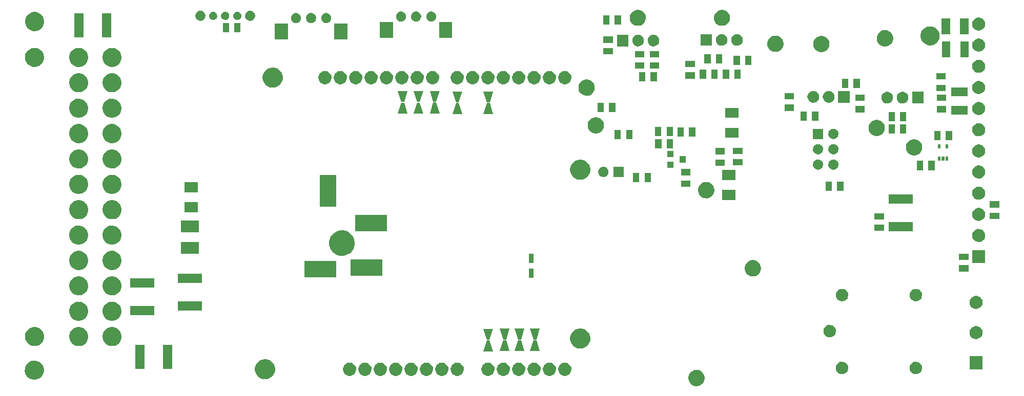
<source format=gbs>
G04 (created by PCBNEW (2013-07-07 BZR 4022)-stable) date 3/23/2014 2:10:37 AM*
%MOIN*%
G04 Gerber Fmt 3.4, Leading zero omitted, Abs format*
%FSLAX34Y34*%
G01*
G70*
G90*
G04 APERTURE LIST*
%ADD10C,0.006*%
G04 APERTURE END LIST*
G54D10*
G36*
X28220Y-71414D02*
X28218Y-71552D01*
X28191Y-71672D01*
X28142Y-71782D01*
X28071Y-71883D01*
X27984Y-71965D01*
X27880Y-72031D01*
X27768Y-72075D01*
X27647Y-72096D01*
X27526Y-72094D01*
X27406Y-72067D01*
X27296Y-72019D01*
X27195Y-71949D01*
X27111Y-71863D01*
X27044Y-71759D01*
X27000Y-71647D01*
X26978Y-71526D01*
X26980Y-71406D01*
X27005Y-71285D01*
X27053Y-71175D01*
X27122Y-71073D01*
X27208Y-70989D01*
X27311Y-70921D01*
X27423Y-70876D01*
X27544Y-70853D01*
X27664Y-70854D01*
X27785Y-70879D01*
X27895Y-70925D01*
X27998Y-70995D01*
X28082Y-71080D01*
X28151Y-71183D01*
X28196Y-71293D01*
X28196Y-71294D01*
X28220Y-71414D01*
X28220Y-71414D01*
X28220Y-71414D01*
G37*
G36*
X28226Y-51039D02*
X28224Y-51177D01*
X28197Y-51297D01*
X28148Y-51407D01*
X28077Y-51508D01*
X27990Y-51590D01*
X27886Y-51656D01*
X27774Y-51700D01*
X27653Y-51721D01*
X27532Y-51719D01*
X27412Y-51692D01*
X27302Y-51644D01*
X27201Y-51574D01*
X27117Y-51488D01*
X27050Y-51384D01*
X27006Y-51272D01*
X26984Y-51151D01*
X26986Y-51031D01*
X27011Y-50910D01*
X27059Y-50800D01*
X27128Y-50698D01*
X27214Y-50614D01*
X27317Y-50546D01*
X27429Y-50501D01*
X27550Y-50478D01*
X27670Y-50479D01*
X27791Y-50504D01*
X27901Y-50550D01*
X28004Y-50620D01*
X28088Y-50705D01*
X28157Y-50808D01*
X28202Y-50918D01*
X28202Y-50919D01*
X28226Y-51039D01*
X28226Y-51039D01*
X28226Y-51039D01*
G37*
G36*
X28226Y-69228D02*
X28224Y-69366D01*
X28197Y-69486D01*
X28148Y-69596D01*
X28077Y-69697D01*
X27990Y-69779D01*
X27886Y-69845D01*
X27774Y-69889D01*
X27653Y-69910D01*
X27532Y-69908D01*
X27412Y-69881D01*
X27302Y-69833D01*
X27201Y-69763D01*
X27117Y-69676D01*
X27050Y-69573D01*
X27006Y-69461D01*
X26984Y-69340D01*
X26986Y-69220D01*
X27011Y-69099D01*
X27059Y-68989D01*
X27128Y-68887D01*
X27214Y-68803D01*
X27317Y-68735D01*
X27429Y-68690D01*
X27550Y-68667D01*
X27670Y-68668D01*
X27791Y-68693D01*
X27901Y-68739D01*
X28004Y-68809D01*
X28088Y-68894D01*
X28157Y-68997D01*
X28202Y-69107D01*
X28202Y-69108D01*
X28226Y-69228D01*
X28226Y-69228D01*
X28226Y-69228D01*
G37*
G36*
X28235Y-48704D02*
X28233Y-48842D01*
X28206Y-48962D01*
X28157Y-49072D01*
X28086Y-49173D01*
X27999Y-49255D01*
X27895Y-49321D01*
X27783Y-49365D01*
X27662Y-49386D01*
X27541Y-49384D01*
X27421Y-49357D01*
X27311Y-49309D01*
X27210Y-49239D01*
X27126Y-49153D01*
X27059Y-49049D01*
X27015Y-48937D01*
X26993Y-48816D01*
X26995Y-48696D01*
X27020Y-48575D01*
X27068Y-48465D01*
X27137Y-48363D01*
X27223Y-48279D01*
X27326Y-48211D01*
X27438Y-48166D01*
X27559Y-48143D01*
X27679Y-48144D01*
X27800Y-48169D01*
X27910Y-48215D01*
X28013Y-48285D01*
X28097Y-48370D01*
X28166Y-48473D01*
X28211Y-48583D01*
X28211Y-48584D01*
X28235Y-48704D01*
X28235Y-48704D01*
X28235Y-48704D01*
G37*
G36*
X30805Y-49780D02*
X30194Y-49780D01*
X30194Y-48219D01*
X30805Y-48219D01*
X30805Y-49780D01*
X30805Y-49780D01*
G37*
G36*
X31100Y-51039D02*
X31098Y-51177D01*
X31071Y-51297D01*
X31022Y-51407D01*
X30951Y-51508D01*
X30864Y-51590D01*
X30760Y-51656D01*
X30648Y-51700D01*
X30527Y-51721D01*
X30406Y-51719D01*
X30286Y-51692D01*
X30176Y-51644D01*
X30075Y-51574D01*
X29991Y-51488D01*
X29924Y-51384D01*
X29880Y-51272D01*
X29858Y-51151D01*
X29860Y-51031D01*
X29885Y-50910D01*
X29933Y-50800D01*
X30002Y-50698D01*
X30088Y-50614D01*
X30191Y-50546D01*
X30303Y-50501D01*
X30424Y-50478D01*
X30544Y-50479D01*
X30665Y-50504D01*
X30775Y-50550D01*
X30878Y-50620D01*
X30962Y-50705D01*
X31031Y-50808D01*
X31076Y-50918D01*
X31076Y-50919D01*
X31100Y-51039D01*
X31100Y-51039D01*
X31100Y-51039D01*
G37*
G36*
X31100Y-52693D02*
X31098Y-52831D01*
X31071Y-52951D01*
X31022Y-53060D01*
X30951Y-53161D01*
X30864Y-53244D01*
X30760Y-53310D01*
X30648Y-53353D01*
X30527Y-53375D01*
X30406Y-53372D01*
X30286Y-53346D01*
X30176Y-53298D01*
X30075Y-53227D01*
X29991Y-53141D01*
X29924Y-53037D01*
X29880Y-52926D01*
X29858Y-52804D01*
X29860Y-52684D01*
X29885Y-52564D01*
X29933Y-52453D01*
X30002Y-52352D01*
X30088Y-52268D01*
X30191Y-52200D01*
X30303Y-52155D01*
X30424Y-52132D01*
X30544Y-52133D01*
X30665Y-52158D01*
X30775Y-52204D01*
X30878Y-52273D01*
X30962Y-52358D01*
X31031Y-52461D01*
X31076Y-52572D01*
X31076Y-52573D01*
X31100Y-52692D01*
X31100Y-52693D01*
X31100Y-52693D01*
G37*
G36*
X31100Y-54346D02*
X31098Y-54484D01*
X31071Y-54604D01*
X31022Y-54714D01*
X30951Y-54815D01*
X30864Y-54898D01*
X30760Y-54964D01*
X30648Y-55007D01*
X30527Y-55028D01*
X30406Y-55026D01*
X30286Y-54999D01*
X30176Y-54951D01*
X30075Y-54881D01*
X29991Y-54795D01*
X29924Y-54691D01*
X29880Y-54579D01*
X29858Y-54458D01*
X29860Y-54338D01*
X29885Y-54217D01*
X29933Y-54107D01*
X30002Y-54005D01*
X30088Y-53921D01*
X30191Y-53853D01*
X30303Y-53809D01*
X30424Y-53785D01*
X30544Y-53786D01*
X30665Y-53811D01*
X30775Y-53858D01*
X30878Y-53927D01*
X30962Y-54012D01*
X31031Y-54115D01*
X31076Y-54225D01*
X31076Y-54226D01*
X31100Y-54346D01*
X31100Y-54346D01*
X31100Y-54346D01*
G37*
G36*
X31100Y-56000D02*
X31098Y-56138D01*
X31071Y-56258D01*
X31022Y-56368D01*
X30951Y-56468D01*
X30864Y-56551D01*
X30760Y-56617D01*
X30648Y-56661D01*
X30527Y-56682D01*
X30406Y-56679D01*
X30286Y-56653D01*
X30176Y-56605D01*
X30075Y-56535D01*
X29991Y-56448D01*
X29924Y-56344D01*
X29880Y-56233D01*
X29858Y-56111D01*
X29860Y-55991D01*
X29885Y-55871D01*
X29933Y-55760D01*
X30002Y-55659D01*
X30088Y-55575D01*
X30191Y-55507D01*
X30303Y-55462D01*
X30424Y-55439D01*
X30544Y-55440D01*
X30665Y-55465D01*
X30775Y-55511D01*
X30878Y-55580D01*
X30962Y-55665D01*
X31031Y-55768D01*
X31076Y-55879D01*
X31076Y-55880D01*
X31100Y-55999D01*
X31100Y-56000D01*
X31100Y-56000D01*
G37*
G36*
X31100Y-57654D02*
X31098Y-57791D01*
X31071Y-57911D01*
X31022Y-58021D01*
X30951Y-58122D01*
X30864Y-58205D01*
X30760Y-58271D01*
X30648Y-58314D01*
X30527Y-58336D01*
X30406Y-58333D01*
X30286Y-58307D01*
X30176Y-58258D01*
X30075Y-58188D01*
X29991Y-58102D01*
X29924Y-57998D01*
X29880Y-57886D01*
X29858Y-57765D01*
X29860Y-57645D01*
X29885Y-57524D01*
X29933Y-57414D01*
X30002Y-57312D01*
X30088Y-57228D01*
X30191Y-57161D01*
X30303Y-57116D01*
X30424Y-57093D01*
X30544Y-57093D01*
X30665Y-57118D01*
X30775Y-57165D01*
X30878Y-57234D01*
X30962Y-57319D01*
X31031Y-57422D01*
X31076Y-57532D01*
X31076Y-57533D01*
X31100Y-57653D01*
X31100Y-57654D01*
X31100Y-57654D01*
G37*
G36*
X31100Y-59307D02*
X31098Y-59445D01*
X31071Y-59565D01*
X31022Y-59675D01*
X30951Y-59775D01*
X30864Y-59858D01*
X30760Y-59924D01*
X30648Y-59968D01*
X30527Y-59989D01*
X30406Y-59987D01*
X30286Y-59960D01*
X30176Y-59912D01*
X30075Y-59842D01*
X29991Y-59755D01*
X29924Y-59652D01*
X29880Y-59540D01*
X29858Y-59419D01*
X29860Y-59299D01*
X29885Y-59178D01*
X29933Y-59068D01*
X30002Y-58966D01*
X30088Y-58882D01*
X30191Y-58814D01*
X30303Y-58769D01*
X30424Y-58746D01*
X30544Y-58747D01*
X30665Y-58772D01*
X30775Y-58818D01*
X30878Y-58887D01*
X30962Y-58972D01*
X31031Y-59075D01*
X31076Y-59186D01*
X31076Y-59187D01*
X31100Y-59306D01*
X31100Y-59307D01*
X31100Y-59307D01*
G37*
G36*
X31100Y-60961D02*
X31098Y-61098D01*
X31071Y-61218D01*
X31022Y-61328D01*
X30951Y-61429D01*
X30864Y-61512D01*
X30760Y-61578D01*
X30648Y-61621D01*
X30527Y-61643D01*
X30406Y-61640D01*
X30286Y-61614D01*
X30176Y-61566D01*
X30075Y-61495D01*
X29991Y-61409D01*
X29924Y-61305D01*
X29880Y-61193D01*
X29858Y-61072D01*
X29860Y-60952D01*
X29885Y-60831D01*
X29933Y-60721D01*
X30002Y-60619D01*
X30088Y-60535D01*
X30191Y-60468D01*
X30303Y-60423D01*
X30424Y-60400D01*
X30544Y-60400D01*
X30665Y-60425D01*
X30775Y-60472D01*
X30878Y-60541D01*
X30962Y-60626D01*
X31031Y-60729D01*
X31076Y-60840D01*
X31076Y-60841D01*
X31100Y-60960D01*
X31100Y-60961D01*
X31100Y-60961D01*
G37*
G36*
X31100Y-62614D02*
X31098Y-62752D01*
X31071Y-62872D01*
X31022Y-62982D01*
X30951Y-63082D01*
X30864Y-63165D01*
X30760Y-63231D01*
X30648Y-63275D01*
X30527Y-63296D01*
X30406Y-63294D01*
X30286Y-63267D01*
X30176Y-63219D01*
X30075Y-63149D01*
X29991Y-63062D01*
X29924Y-62959D01*
X29880Y-62847D01*
X29858Y-62726D01*
X29860Y-62606D01*
X29885Y-62485D01*
X29933Y-62375D01*
X30002Y-62273D01*
X30088Y-62189D01*
X30191Y-62121D01*
X30303Y-62076D01*
X30424Y-62053D01*
X30544Y-62054D01*
X30665Y-62079D01*
X30775Y-62125D01*
X30878Y-62194D01*
X30962Y-62279D01*
X31031Y-62382D01*
X31076Y-62493D01*
X31076Y-62494D01*
X31100Y-62613D01*
X31100Y-62614D01*
X31100Y-62614D01*
G37*
G36*
X31100Y-64268D02*
X31098Y-64405D01*
X31071Y-64525D01*
X31022Y-64635D01*
X30951Y-64736D01*
X30864Y-64819D01*
X30760Y-64885D01*
X30648Y-64928D01*
X30527Y-64950D01*
X30406Y-64947D01*
X30286Y-64921D01*
X30176Y-64873D01*
X30075Y-64802D01*
X29991Y-64716D01*
X29924Y-64612D01*
X29880Y-64501D01*
X29858Y-64379D01*
X29860Y-64259D01*
X29885Y-64138D01*
X29933Y-64028D01*
X30002Y-63926D01*
X30088Y-63842D01*
X30191Y-63775D01*
X30303Y-63730D01*
X30424Y-63707D01*
X30544Y-63708D01*
X30665Y-63732D01*
X30775Y-63779D01*
X30878Y-63848D01*
X30962Y-63933D01*
X31031Y-64036D01*
X31076Y-64147D01*
X31076Y-64148D01*
X31100Y-64267D01*
X31100Y-64268D01*
X31100Y-64268D01*
G37*
G36*
X31100Y-65921D02*
X31098Y-66059D01*
X31071Y-66179D01*
X31022Y-66289D01*
X30951Y-66389D01*
X30864Y-66472D01*
X30760Y-66538D01*
X30648Y-66582D01*
X30527Y-66603D01*
X30406Y-66601D01*
X30286Y-66574D01*
X30176Y-66526D01*
X30075Y-66456D01*
X29991Y-66369D01*
X29924Y-66266D01*
X29880Y-66154D01*
X29858Y-66033D01*
X29860Y-65913D01*
X29885Y-65792D01*
X29933Y-65682D01*
X30002Y-65580D01*
X30088Y-65496D01*
X30191Y-65428D01*
X30303Y-65383D01*
X30424Y-65360D01*
X30544Y-65361D01*
X30665Y-65386D01*
X30775Y-65432D01*
X30878Y-65501D01*
X30962Y-65586D01*
X31031Y-65689D01*
X31076Y-65800D01*
X31076Y-65801D01*
X31100Y-65921D01*
X31100Y-65921D01*
X31100Y-65921D01*
G37*
G36*
X31100Y-67575D02*
X31098Y-67712D01*
X31071Y-67832D01*
X31022Y-67942D01*
X30951Y-68043D01*
X30864Y-68126D01*
X30760Y-68192D01*
X30648Y-68235D01*
X30527Y-68257D01*
X30406Y-68254D01*
X30286Y-68228D01*
X30176Y-68180D01*
X30075Y-68109D01*
X29991Y-68023D01*
X29924Y-67919D01*
X29880Y-67808D01*
X29858Y-67686D01*
X29860Y-67566D01*
X29885Y-67446D01*
X29933Y-67335D01*
X30002Y-67233D01*
X30088Y-67149D01*
X30191Y-67082D01*
X30303Y-67037D01*
X30424Y-67014D01*
X30544Y-67015D01*
X30665Y-67039D01*
X30775Y-67086D01*
X30878Y-67155D01*
X30962Y-67240D01*
X31031Y-67343D01*
X31076Y-67454D01*
X31076Y-67455D01*
X31100Y-67574D01*
X31100Y-67575D01*
X31100Y-67575D01*
G37*
G36*
X31100Y-69228D02*
X31098Y-69366D01*
X31071Y-69486D01*
X31022Y-69596D01*
X30951Y-69697D01*
X30864Y-69779D01*
X30760Y-69845D01*
X30648Y-69889D01*
X30527Y-69910D01*
X30406Y-69908D01*
X30286Y-69881D01*
X30176Y-69833D01*
X30075Y-69763D01*
X29991Y-69676D01*
X29924Y-69573D01*
X29880Y-69461D01*
X29858Y-69340D01*
X29860Y-69220D01*
X29885Y-69099D01*
X29933Y-68989D01*
X30002Y-68887D01*
X30088Y-68803D01*
X30191Y-68735D01*
X30303Y-68690D01*
X30424Y-68667D01*
X30544Y-68668D01*
X30665Y-68693D01*
X30775Y-68739D01*
X30878Y-68809D01*
X30962Y-68894D01*
X31031Y-68997D01*
X31076Y-69107D01*
X31076Y-69108D01*
X31100Y-69228D01*
X31100Y-69228D01*
X31100Y-69228D01*
G37*
G36*
X32605Y-49780D02*
X31994Y-49780D01*
X31994Y-48219D01*
X32605Y-48219D01*
X32605Y-49780D01*
X32605Y-49780D01*
G37*
G36*
X33266Y-51039D02*
X33264Y-51177D01*
X33236Y-51297D01*
X33187Y-51407D01*
X33116Y-51508D01*
X33029Y-51590D01*
X32925Y-51656D01*
X32813Y-51700D01*
X32692Y-51721D01*
X32572Y-51719D01*
X32451Y-51692D01*
X32341Y-51644D01*
X32240Y-51574D01*
X32157Y-51488D01*
X32090Y-51384D01*
X32046Y-51272D01*
X32023Y-51151D01*
X32025Y-51031D01*
X32051Y-50910D01*
X32098Y-50800D01*
X32168Y-50698D01*
X32253Y-50614D01*
X32357Y-50546D01*
X32468Y-50501D01*
X32589Y-50478D01*
X32709Y-50479D01*
X32830Y-50504D01*
X32941Y-50550D01*
X33043Y-50620D01*
X33128Y-50705D01*
X33196Y-50808D01*
X33242Y-50918D01*
X33242Y-50919D01*
X33265Y-51039D01*
X33266Y-51039D01*
X33266Y-51039D01*
G37*
G36*
X33266Y-52693D02*
X33264Y-52831D01*
X33236Y-52951D01*
X33187Y-53060D01*
X33116Y-53161D01*
X33029Y-53244D01*
X32925Y-53310D01*
X32813Y-53353D01*
X32692Y-53375D01*
X32572Y-53372D01*
X32451Y-53346D01*
X32341Y-53298D01*
X32240Y-53227D01*
X32157Y-53141D01*
X32090Y-53037D01*
X32046Y-52926D01*
X32023Y-52804D01*
X32025Y-52684D01*
X32051Y-52564D01*
X32098Y-52453D01*
X32168Y-52352D01*
X32253Y-52268D01*
X32357Y-52200D01*
X32468Y-52155D01*
X32589Y-52132D01*
X32709Y-52133D01*
X32830Y-52158D01*
X32941Y-52204D01*
X33043Y-52273D01*
X33128Y-52358D01*
X33196Y-52461D01*
X33242Y-52572D01*
X33242Y-52573D01*
X33265Y-52692D01*
X33266Y-52693D01*
X33266Y-52693D01*
G37*
G36*
X33266Y-54346D02*
X33264Y-54484D01*
X33236Y-54604D01*
X33187Y-54714D01*
X33116Y-54815D01*
X33029Y-54898D01*
X32925Y-54964D01*
X32813Y-55007D01*
X32692Y-55028D01*
X32572Y-55026D01*
X32451Y-54999D01*
X32341Y-54951D01*
X32240Y-54881D01*
X32157Y-54795D01*
X32090Y-54691D01*
X32046Y-54579D01*
X32023Y-54458D01*
X32025Y-54338D01*
X32051Y-54217D01*
X32098Y-54107D01*
X32168Y-54005D01*
X32253Y-53921D01*
X32357Y-53853D01*
X32468Y-53809D01*
X32589Y-53785D01*
X32709Y-53786D01*
X32830Y-53811D01*
X32941Y-53858D01*
X33043Y-53927D01*
X33128Y-54012D01*
X33196Y-54115D01*
X33242Y-54225D01*
X33242Y-54226D01*
X33265Y-54346D01*
X33266Y-54346D01*
X33266Y-54346D01*
G37*
G36*
X33266Y-56000D02*
X33264Y-56138D01*
X33236Y-56258D01*
X33187Y-56368D01*
X33116Y-56468D01*
X33029Y-56551D01*
X32925Y-56617D01*
X32813Y-56661D01*
X32692Y-56682D01*
X32572Y-56679D01*
X32451Y-56653D01*
X32341Y-56605D01*
X32240Y-56535D01*
X32157Y-56448D01*
X32090Y-56344D01*
X32046Y-56233D01*
X32023Y-56111D01*
X32025Y-55991D01*
X32051Y-55871D01*
X32098Y-55760D01*
X32168Y-55659D01*
X32253Y-55575D01*
X32357Y-55507D01*
X32468Y-55462D01*
X32589Y-55439D01*
X32709Y-55440D01*
X32830Y-55465D01*
X32941Y-55511D01*
X33043Y-55580D01*
X33128Y-55665D01*
X33196Y-55768D01*
X33242Y-55879D01*
X33242Y-55880D01*
X33265Y-55999D01*
X33266Y-56000D01*
X33266Y-56000D01*
G37*
G36*
X33266Y-57654D02*
X33264Y-57791D01*
X33236Y-57911D01*
X33187Y-58021D01*
X33116Y-58122D01*
X33029Y-58205D01*
X32925Y-58271D01*
X32813Y-58314D01*
X32692Y-58336D01*
X32572Y-58333D01*
X32451Y-58307D01*
X32341Y-58258D01*
X32240Y-58188D01*
X32157Y-58102D01*
X32090Y-57998D01*
X32046Y-57886D01*
X32023Y-57765D01*
X32025Y-57645D01*
X32051Y-57524D01*
X32098Y-57414D01*
X32168Y-57312D01*
X32253Y-57228D01*
X32357Y-57161D01*
X32468Y-57116D01*
X32589Y-57093D01*
X32709Y-57093D01*
X32830Y-57118D01*
X32941Y-57165D01*
X33043Y-57234D01*
X33128Y-57319D01*
X33196Y-57422D01*
X33242Y-57532D01*
X33242Y-57533D01*
X33265Y-57653D01*
X33266Y-57654D01*
X33266Y-57654D01*
G37*
G36*
X33266Y-59307D02*
X33264Y-59445D01*
X33236Y-59565D01*
X33187Y-59675D01*
X33116Y-59775D01*
X33029Y-59858D01*
X32925Y-59924D01*
X32813Y-59968D01*
X32692Y-59989D01*
X32572Y-59987D01*
X32451Y-59960D01*
X32341Y-59912D01*
X32240Y-59842D01*
X32157Y-59755D01*
X32090Y-59652D01*
X32046Y-59540D01*
X32023Y-59419D01*
X32025Y-59299D01*
X32051Y-59178D01*
X32098Y-59068D01*
X32168Y-58966D01*
X32253Y-58882D01*
X32357Y-58814D01*
X32468Y-58769D01*
X32589Y-58746D01*
X32709Y-58747D01*
X32830Y-58772D01*
X32941Y-58818D01*
X33043Y-58887D01*
X33128Y-58972D01*
X33196Y-59075D01*
X33242Y-59186D01*
X33242Y-59187D01*
X33265Y-59306D01*
X33266Y-59307D01*
X33266Y-59307D01*
G37*
G36*
X33266Y-60961D02*
X33264Y-61098D01*
X33236Y-61218D01*
X33187Y-61328D01*
X33116Y-61429D01*
X33029Y-61512D01*
X32925Y-61578D01*
X32813Y-61621D01*
X32692Y-61643D01*
X32572Y-61640D01*
X32451Y-61614D01*
X32341Y-61566D01*
X32240Y-61495D01*
X32157Y-61409D01*
X32090Y-61305D01*
X32046Y-61193D01*
X32023Y-61072D01*
X32025Y-60952D01*
X32051Y-60831D01*
X32098Y-60721D01*
X32168Y-60619D01*
X32253Y-60535D01*
X32357Y-60468D01*
X32468Y-60423D01*
X32589Y-60400D01*
X32709Y-60400D01*
X32830Y-60425D01*
X32941Y-60472D01*
X33043Y-60541D01*
X33128Y-60626D01*
X33196Y-60729D01*
X33242Y-60840D01*
X33242Y-60841D01*
X33265Y-60960D01*
X33266Y-60961D01*
X33266Y-60961D01*
G37*
G36*
X33266Y-62614D02*
X33264Y-62752D01*
X33236Y-62872D01*
X33187Y-62982D01*
X33116Y-63082D01*
X33029Y-63165D01*
X32925Y-63231D01*
X32813Y-63275D01*
X32692Y-63296D01*
X32572Y-63294D01*
X32451Y-63267D01*
X32341Y-63219D01*
X32240Y-63149D01*
X32157Y-63062D01*
X32090Y-62959D01*
X32046Y-62847D01*
X32023Y-62726D01*
X32025Y-62606D01*
X32051Y-62485D01*
X32098Y-62375D01*
X32168Y-62273D01*
X32253Y-62189D01*
X32357Y-62121D01*
X32468Y-62076D01*
X32589Y-62053D01*
X32709Y-62054D01*
X32830Y-62079D01*
X32941Y-62125D01*
X33043Y-62194D01*
X33128Y-62279D01*
X33196Y-62382D01*
X33242Y-62493D01*
X33242Y-62494D01*
X33265Y-62613D01*
X33266Y-62614D01*
X33266Y-62614D01*
G37*
G36*
X33266Y-64268D02*
X33264Y-64405D01*
X33236Y-64525D01*
X33187Y-64635D01*
X33116Y-64736D01*
X33029Y-64819D01*
X32925Y-64885D01*
X32813Y-64928D01*
X32692Y-64950D01*
X32572Y-64947D01*
X32451Y-64921D01*
X32341Y-64873D01*
X32240Y-64802D01*
X32157Y-64716D01*
X32090Y-64612D01*
X32046Y-64501D01*
X32023Y-64379D01*
X32025Y-64259D01*
X32051Y-64138D01*
X32098Y-64028D01*
X32168Y-63926D01*
X32253Y-63842D01*
X32357Y-63775D01*
X32468Y-63730D01*
X32589Y-63707D01*
X32709Y-63708D01*
X32830Y-63732D01*
X32941Y-63779D01*
X33043Y-63848D01*
X33128Y-63933D01*
X33196Y-64036D01*
X33242Y-64147D01*
X33242Y-64148D01*
X33265Y-64267D01*
X33266Y-64268D01*
X33266Y-64268D01*
G37*
G36*
X33266Y-65921D02*
X33264Y-66059D01*
X33236Y-66179D01*
X33187Y-66289D01*
X33116Y-66389D01*
X33029Y-66472D01*
X32925Y-66538D01*
X32813Y-66582D01*
X32692Y-66603D01*
X32572Y-66601D01*
X32451Y-66574D01*
X32341Y-66526D01*
X32240Y-66456D01*
X32157Y-66369D01*
X32090Y-66266D01*
X32046Y-66154D01*
X32023Y-66033D01*
X32025Y-65913D01*
X32051Y-65792D01*
X32098Y-65682D01*
X32168Y-65580D01*
X32253Y-65496D01*
X32357Y-65428D01*
X32468Y-65383D01*
X32589Y-65360D01*
X32709Y-65361D01*
X32830Y-65386D01*
X32941Y-65432D01*
X33043Y-65501D01*
X33128Y-65586D01*
X33196Y-65689D01*
X33242Y-65800D01*
X33242Y-65801D01*
X33265Y-65921D01*
X33266Y-65921D01*
X33266Y-65921D01*
G37*
G36*
X33266Y-67575D02*
X33264Y-67712D01*
X33236Y-67832D01*
X33187Y-67942D01*
X33116Y-68043D01*
X33029Y-68126D01*
X32925Y-68192D01*
X32813Y-68235D01*
X32692Y-68257D01*
X32572Y-68254D01*
X32451Y-68228D01*
X32341Y-68180D01*
X32240Y-68109D01*
X32157Y-68023D01*
X32090Y-67919D01*
X32046Y-67808D01*
X32023Y-67686D01*
X32025Y-67566D01*
X32051Y-67446D01*
X32098Y-67335D01*
X32168Y-67233D01*
X32253Y-67149D01*
X32357Y-67082D01*
X32468Y-67037D01*
X32589Y-67014D01*
X32709Y-67015D01*
X32830Y-67039D01*
X32941Y-67086D01*
X33043Y-67155D01*
X33128Y-67240D01*
X33196Y-67343D01*
X33242Y-67454D01*
X33242Y-67455D01*
X33265Y-67574D01*
X33266Y-67575D01*
X33266Y-67575D01*
G37*
G36*
X33266Y-69228D02*
X33264Y-69366D01*
X33236Y-69486D01*
X33187Y-69596D01*
X33116Y-69697D01*
X33029Y-69779D01*
X32925Y-69845D01*
X32813Y-69889D01*
X32692Y-69910D01*
X32572Y-69908D01*
X32451Y-69881D01*
X32341Y-69833D01*
X32240Y-69763D01*
X32157Y-69676D01*
X32090Y-69573D01*
X32046Y-69461D01*
X32023Y-69340D01*
X32025Y-69220D01*
X32051Y-69099D01*
X32098Y-68989D01*
X32168Y-68887D01*
X32253Y-68803D01*
X32357Y-68735D01*
X32468Y-68690D01*
X32589Y-68667D01*
X32709Y-68668D01*
X32830Y-68693D01*
X32941Y-68739D01*
X33043Y-68809D01*
X33128Y-68894D01*
X33196Y-68997D01*
X33242Y-69107D01*
X33242Y-69108D01*
X33265Y-69228D01*
X33266Y-69228D01*
X33266Y-69228D01*
G37*
G36*
X34775Y-71390D02*
X34164Y-71390D01*
X34164Y-69829D01*
X34775Y-69829D01*
X34775Y-71390D01*
X34775Y-71390D01*
G37*
G36*
X35380Y-66105D02*
X33819Y-66105D01*
X33819Y-65494D01*
X35380Y-65494D01*
X35380Y-66105D01*
X35380Y-66105D01*
G37*
G36*
X35380Y-67905D02*
X33819Y-67905D01*
X33819Y-67294D01*
X35380Y-67294D01*
X35380Y-67905D01*
X35380Y-67905D01*
G37*
G36*
X36575Y-71390D02*
X35964Y-71390D01*
X35964Y-69829D01*
X36575Y-69829D01*
X36575Y-71390D01*
X36575Y-71390D01*
G37*
G36*
X38230Y-59880D02*
X37369Y-59880D01*
X37369Y-59219D01*
X38230Y-59219D01*
X38230Y-59880D01*
X38230Y-59880D01*
G37*
G36*
X38230Y-61180D02*
X37369Y-61180D01*
X37369Y-60519D01*
X38230Y-60519D01*
X38230Y-61180D01*
X38230Y-61180D01*
G37*
G36*
X38280Y-62480D02*
X37119Y-62480D01*
X37119Y-61719D01*
X38280Y-61719D01*
X38280Y-62480D01*
X38280Y-62480D01*
G37*
G36*
X38280Y-63880D02*
X37119Y-63880D01*
X37119Y-63119D01*
X38280Y-63119D01*
X38280Y-63880D01*
X38280Y-63880D01*
G37*
G36*
X38480Y-65805D02*
X36919Y-65805D01*
X36919Y-65194D01*
X38480Y-65194D01*
X38480Y-65805D01*
X38480Y-65805D01*
G37*
G36*
X38480Y-67605D02*
X36919Y-67605D01*
X36919Y-66994D01*
X38480Y-66994D01*
X38480Y-67605D01*
X38480Y-67605D01*
G37*
G36*
X38721Y-48358D02*
X38720Y-48430D01*
X38705Y-48493D01*
X38680Y-48550D01*
X38642Y-48604D01*
X38597Y-48647D01*
X38542Y-48682D01*
X38484Y-48704D01*
X38420Y-48716D01*
X38357Y-48714D01*
X38294Y-48700D01*
X38237Y-48675D01*
X38183Y-48638D01*
X38140Y-48593D01*
X38104Y-48538D01*
X38081Y-48480D01*
X38069Y-48416D01*
X38070Y-48354D01*
X38084Y-48290D01*
X38108Y-48233D01*
X38145Y-48179D01*
X38190Y-48135D01*
X38245Y-48099D01*
X38302Y-48076D01*
X38367Y-48064D01*
X38429Y-48064D01*
X38493Y-48077D01*
X38550Y-48101D01*
X38604Y-48138D01*
X38648Y-48182D01*
X38649Y-48183D01*
X38684Y-48237D01*
X38708Y-48294D01*
X38708Y-48295D01*
X38721Y-48358D01*
X38721Y-48358D01*
X38721Y-48358D01*
G37*
G36*
X39488Y-48364D02*
X39488Y-48422D01*
X39476Y-48475D01*
X39455Y-48521D01*
X39424Y-48565D01*
X39387Y-48600D01*
X39342Y-48629D01*
X39295Y-48647D01*
X39242Y-48656D01*
X39191Y-48655D01*
X39139Y-48644D01*
X39092Y-48623D01*
X39048Y-48593D01*
X39013Y-48556D01*
X38984Y-48511D01*
X38965Y-48464D01*
X38955Y-48411D01*
X38956Y-48361D01*
X38967Y-48308D01*
X38987Y-48261D01*
X39018Y-48217D01*
X39054Y-48182D01*
X39099Y-48152D01*
X39146Y-48133D01*
X39199Y-48123D01*
X39249Y-48123D01*
X39302Y-48134D01*
X39349Y-48154D01*
X39393Y-48184D01*
X39429Y-48220D01*
X39459Y-48265D01*
X39478Y-48311D01*
X39488Y-48363D01*
X39488Y-48364D01*
X39488Y-48364D01*
G37*
G36*
X40260Y-49460D02*
X39849Y-49460D01*
X39849Y-48849D01*
X40260Y-48849D01*
X40260Y-49460D01*
X40260Y-49460D01*
G37*
G36*
X40276Y-48364D02*
X40275Y-48422D01*
X40263Y-48475D01*
X40243Y-48521D01*
X40212Y-48565D01*
X40175Y-48600D01*
X40129Y-48629D01*
X40082Y-48647D01*
X40029Y-48656D01*
X39979Y-48655D01*
X39926Y-48644D01*
X39880Y-48623D01*
X39835Y-48593D01*
X39800Y-48556D01*
X39771Y-48511D01*
X39753Y-48464D01*
X39743Y-48411D01*
X39743Y-48361D01*
X39755Y-48308D01*
X39775Y-48261D01*
X39805Y-48217D01*
X39841Y-48182D01*
X39886Y-48152D01*
X39933Y-48133D01*
X39986Y-48123D01*
X40037Y-48123D01*
X40090Y-48134D01*
X40136Y-48154D01*
X40181Y-48184D01*
X40216Y-48220D01*
X40246Y-48265D01*
X40265Y-48311D01*
X40276Y-48363D01*
X40276Y-48364D01*
X40276Y-48364D01*
G37*
G36*
X41010Y-49460D02*
X40599Y-49460D01*
X40599Y-48849D01*
X41010Y-48849D01*
X41010Y-49460D01*
X41010Y-49460D01*
G37*
G36*
X41063Y-48364D02*
X41062Y-48422D01*
X41051Y-48475D01*
X41030Y-48521D01*
X40999Y-48565D01*
X40962Y-48600D01*
X40917Y-48629D01*
X40870Y-48647D01*
X40817Y-48656D01*
X40766Y-48655D01*
X40713Y-48644D01*
X40667Y-48623D01*
X40623Y-48593D01*
X40588Y-48556D01*
X40559Y-48511D01*
X40540Y-48464D01*
X40530Y-48411D01*
X40531Y-48361D01*
X40542Y-48308D01*
X40562Y-48261D01*
X40592Y-48217D01*
X40629Y-48182D01*
X40674Y-48152D01*
X40720Y-48133D01*
X40774Y-48123D01*
X40824Y-48123D01*
X40877Y-48134D01*
X40923Y-48154D01*
X40968Y-48184D01*
X41004Y-48220D01*
X41034Y-48265D01*
X41053Y-48311D01*
X41063Y-48363D01*
X41063Y-48364D01*
X41063Y-48364D01*
G37*
G36*
X41949Y-48358D02*
X41948Y-48430D01*
X41934Y-48493D01*
X41908Y-48550D01*
X41871Y-48604D01*
X41826Y-48647D01*
X41770Y-48682D01*
X41712Y-48704D01*
X41648Y-48716D01*
X41586Y-48714D01*
X41522Y-48700D01*
X41465Y-48675D01*
X41411Y-48638D01*
X41368Y-48593D01*
X41333Y-48538D01*
X41310Y-48480D01*
X41298Y-48416D01*
X41299Y-48354D01*
X41312Y-48290D01*
X41337Y-48233D01*
X41374Y-48179D01*
X41418Y-48135D01*
X41473Y-48099D01*
X41531Y-48076D01*
X41595Y-48064D01*
X41657Y-48064D01*
X41721Y-48077D01*
X41778Y-48101D01*
X41833Y-48138D01*
X41876Y-48182D01*
X41877Y-48183D01*
X41913Y-48237D01*
X41936Y-48294D01*
X41937Y-48295D01*
X41949Y-48358D01*
X41949Y-48358D01*
X41949Y-48358D01*
G37*
G36*
X43255Y-71356D02*
X43253Y-71501D01*
X43224Y-71628D01*
X43172Y-71744D01*
X43097Y-71850D01*
X43005Y-71938D01*
X42896Y-72007D01*
X42777Y-72053D01*
X42649Y-72076D01*
X42522Y-72073D01*
X42395Y-72045D01*
X42279Y-71994D01*
X42172Y-71920D01*
X42084Y-71829D01*
X42014Y-71720D01*
X41967Y-71602D01*
X41943Y-71474D01*
X41945Y-71347D01*
X41972Y-71220D01*
X42022Y-71103D01*
X42096Y-70996D01*
X42186Y-70907D01*
X42295Y-70836D01*
X42413Y-70788D01*
X42541Y-70764D01*
X42667Y-70765D01*
X42795Y-70791D01*
X42912Y-70840D01*
X43020Y-70913D01*
X43109Y-71003D01*
X43181Y-71111D01*
X43181Y-71111D01*
X43229Y-71228D01*
X43255Y-71356D01*
X43255Y-71356D01*
G37*
G36*
X43755Y-52356D02*
X43753Y-52501D01*
X43724Y-52628D01*
X43672Y-52744D01*
X43597Y-52850D01*
X43505Y-52938D01*
X43396Y-53007D01*
X43277Y-53053D01*
X43149Y-53076D01*
X43022Y-53073D01*
X42895Y-53045D01*
X42779Y-52994D01*
X42672Y-52920D01*
X42584Y-52829D01*
X42514Y-52720D01*
X42467Y-52602D01*
X42443Y-52474D01*
X42445Y-52347D01*
X42472Y-52220D01*
X42522Y-52103D01*
X42596Y-51996D01*
X42686Y-51907D01*
X42795Y-51836D01*
X42913Y-51788D01*
X43041Y-51764D01*
X43167Y-51765D01*
X43295Y-51791D01*
X43412Y-51840D01*
X43520Y-51913D01*
X43609Y-52003D01*
X43681Y-52111D01*
X43681Y-52111D01*
X43729Y-52228D01*
X43755Y-52356D01*
X43755Y-52356D01*
G37*
G36*
X44089Y-49923D02*
X43241Y-49923D01*
X43241Y-48878D01*
X44089Y-48878D01*
X44089Y-49923D01*
X44089Y-49923D01*
G37*
G36*
X44936Y-48503D02*
X44935Y-48575D01*
X44920Y-48638D01*
X44895Y-48695D01*
X44857Y-48749D01*
X44812Y-48792D01*
X44757Y-48827D01*
X44699Y-48849D01*
X44635Y-48861D01*
X44572Y-48859D01*
X44508Y-48845D01*
X44451Y-48820D01*
X44398Y-48783D01*
X44355Y-48738D01*
X44319Y-48683D01*
X44296Y-48625D01*
X44284Y-48561D01*
X44285Y-48499D01*
X44299Y-48435D01*
X44323Y-48378D01*
X44360Y-48324D01*
X44405Y-48280D01*
X44460Y-48244D01*
X44517Y-48221D01*
X44582Y-48209D01*
X44644Y-48209D01*
X44708Y-48222D01*
X44765Y-48246D01*
X44819Y-48283D01*
X44863Y-48327D01*
X44864Y-48328D01*
X44899Y-48382D01*
X44923Y-48439D01*
X44923Y-48440D01*
X44936Y-48503D01*
X44936Y-48503D01*
X44936Y-48503D01*
G37*
G36*
X45920Y-48503D02*
X45919Y-48575D01*
X45904Y-48638D01*
X45879Y-48695D01*
X45841Y-48749D01*
X45796Y-48792D01*
X45741Y-48827D01*
X45683Y-48849D01*
X45619Y-48861D01*
X45557Y-48859D01*
X45493Y-48845D01*
X45436Y-48820D01*
X45382Y-48783D01*
X45339Y-48738D01*
X45303Y-48683D01*
X45280Y-48625D01*
X45269Y-48561D01*
X45270Y-48499D01*
X45283Y-48435D01*
X45308Y-48378D01*
X45345Y-48324D01*
X45389Y-48280D01*
X45444Y-48244D01*
X45501Y-48221D01*
X45566Y-48209D01*
X45628Y-48209D01*
X45692Y-48222D01*
X45749Y-48246D01*
X45804Y-48283D01*
X45847Y-48327D01*
X45848Y-48328D01*
X45884Y-48382D01*
X45907Y-48439D01*
X45907Y-48440D01*
X45920Y-48503D01*
X45920Y-48503D01*
X45920Y-48503D01*
G37*
G36*
X46904Y-48503D02*
X46903Y-48575D01*
X46889Y-48638D01*
X46863Y-48695D01*
X46826Y-48749D01*
X46781Y-48792D01*
X46725Y-48827D01*
X46667Y-48849D01*
X46603Y-48861D01*
X46541Y-48859D01*
X46477Y-48845D01*
X46420Y-48820D01*
X46366Y-48783D01*
X46323Y-48738D01*
X46288Y-48683D01*
X46265Y-48625D01*
X46253Y-48561D01*
X46254Y-48499D01*
X46267Y-48435D01*
X46292Y-48378D01*
X46329Y-48324D01*
X46373Y-48280D01*
X46428Y-48244D01*
X46486Y-48221D01*
X46550Y-48209D01*
X46612Y-48209D01*
X46676Y-48222D01*
X46733Y-48246D01*
X46788Y-48283D01*
X46832Y-48327D01*
X46832Y-48328D01*
X46868Y-48382D01*
X46891Y-48439D01*
X46892Y-48440D01*
X46904Y-48503D01*
X46904Y-48503D01*
X46904Y-48503D01*
G37*
G36*
X46930Y-52378D02*
X46928Y-52473D01*
X46909Y-52557D01*
X46876Y-52632D01*
X46826Y-52702D01*
X46766Y-52760D01*
X46694Y-52806D01*
X46616Y-52836D01*
X46532Y-52850D01*
X46449Y-52849D01*
X46365Y-52830D01*
X46289Y-52797D01*
X46219Y-52748D01*
X46161Y-52689D01*
X46115Y-52616D01*
X46084Y-52539D01*
X46069Y-52455D01*
X46070Y-52372D01*
X46088Y-52288D01*
X46120Y-52212D01*
X46169Y-52141D01*
X46228Y-52083D01*
X46300Y-52036D01*
X46377Y-52005D01*
X46461Y-51989D01*
X46544Y-51990D01*
X46628Y-52007D01*
X46704Y-52039D01*
X46776Y-52087D01*
X46834Y-52146D01*
X46881Y-52217D01*
X46882Y-52217D01*
X46913Y-52294D01*
X46913Y-52295D01*
X46930Y-52377D01*
X46930Y-52378D01*
X46930Y-52378D01*
G37*
G36*
X47230Y-60830D02*
X46169Y-60830D01*
X46169Y-58769D01*
X47230Y-58769D01*
X47230Y-60830D01*
X47230Y-60830D01*
G37*
G36*
X47230Y-65430D02*
X45169Y-65430D01*
X45169Y-64369D01*
X47230Y-64369D01*
X47230Y-65430D01*
X47230Y-65430D01*
G37*
G36*
X47930Y-52378D02*
X47928Y-52473D01*
X47909Y-52557D01*
X47876Y-52632D01*
X47826Y-52702D01*
X47766Y-52760D01*
X47694Y-52806D01*
X47616Y-52836D01*
X47532Y-52850D01*
X47449Y-52849D01*
X47365Y-52830D01*
X47289Y-52797D01*
X47219Y-52748D01*
X47161Y-52689D01*
X47115Y-52616D01*
X47084Y-52539D01*
X47069Y-52455D01*
X47070Y-52372D01*
X47088Y-52288D01*
X47120Y-52212D01*
X47169Y-52141D01*
X47228Y-52083D01*
X47300Y-52036D01*
X47377Y-52005D01*
X47461Y-51989D01*
X47544Y-51990D01*
X47628Y-52007D01*
X47704Y-52039D01*
X47776Y-52087D01*
X47834Y-52146D01*
X47881Y-52217D01*
X47882Y-52217D01*
X47913Y-52294D01*
X47913Y-52295D01*
X47930Y-52377D01*
X47930Y-52378D01*
X47930Y-52378D01*
G37*
G36*
X47948Y-49923D02*
X47100Y-49923D01*
X47100Y-48878D01*
X47948Y-48878D01*
X47948Y-49923D01*
X47948Y-49923D01*
G37*
G36*
X48430Y-63119D02*
X48427Y-63303D01*
X48391Y-63463D01*
X48325Y-63611D01*
X48230Y-63745D01*
X48114Y-63856D01*
X47975Y-63944D01*
X47825Y-64003D01*
X47663Y-64031D01*
X47502Y-64028D01*
X47341Y-63993D01*
X47193Y-63928D01*
X47058Y-63834D01*
X46946Y-63718D01*
X46857Y-63580D01*
X46798Y-63430D01*
X46768Y-63268D01*
X46771Y-63107D01*
X46805Y-62946D01*
X46868Y-62798D01*
X46961Y-62663D01*
X47076Y-62550D01*
X47214Y-62460D01*
X47363Y-62400D01*
X47525Y-62369D01*
X47686Y-62370D01*
X47847Y-62403D01*
X47995Y-62465D01*
X48132Y-62557D01*
X48245Y-62672D01*
X48336Y-62809D01*
X48398Y-62957D01*
X48398Y-62958D01*
X48430Y-63118D01*
X48430Y-63119D01*
X48430Y-63119D01*
G37*
G36*
X48530Y-71378D02*
X48528Y-71473D01*
X48509Y-71557D01*
X48476Y-71632D01*
X48426Y-71702D01*
X48366Y-71760D01*
X48294Y-71806D01*
X48216Y-71836D01*
X48132Y-71850D01*
X48049Y-71849D01*
X47965Y-71830D01*
X47889Y-71797D01*
X47819Y-71748D01*
X47761Y-71689D01*
X47715Y-71616D01*
X47684Y-71539D01*
X47669Y-71455D01*
X47670Y-71372D01*
X47688Y-71288D01*
X47720Y-71212D01*
X47769Y-71141D01*
X47828Y-71083D01*
X47900Y-71036D01*
X47977Y-71005D01*
X48061Y-70989D01*
X48144Y-70990D01*
X48228Y-71007D01*
X48304Y-71039D01*
X48376Y-71087D01*
X48434Y-71146D01*
X48481Y-71217D01*
X48482Y-71217D01*
X48513Y-71294D01*
X48513Y-71295D01*
X48530Y-71377D01*
X48530Y-71378D01*
X48530Y-71378D01*
G37*
G36*
X48930Y-52378D02*
X48928Y-52473D01*
X48909Y-52557D01*
X48876Y-52632D01*
X48826Y-52702D01*
X48766Y-52760D01*
X48694Y-52806D01*
X48616Y-52836D01*
X48532Y-52850D01*
X48449Y-52849D01*
X48365Y-52830D01*
X48289Y-52797D01*
X48219Y-52748D01*
X48161Y-52689D01*
X48115Y-52616D01*
X48084Y-52539D01*
X48069Y-52455D01*
X48070Y-52372D01*
X48088Y-52288D01*
X48120Y-52212D01*
X48169Y-52141D01*
X48228Y-52083D01*
X48300Y-52036D01*
X48377Y-52005D01*
X48461Y-51989D01*
X48544Y-51990D01*
X48628Y-52007D01*
X48704Y-52039D01*
X48776Y-52087D01*
X48834Y-52146D01*
X48881Y-52217D01*
X48882Y-52217D01*
X48913Y-52294D01*
X48913Y-52295D01*
X48930Y-52377D01*
X48930Y-52378D01*
X48930Y-52378D01*
G37*
G36*
X49530Y-71378D02*
X49528Y-71473D01*
X49509Y-71557D01*
X49476Y-71632D01*
X49426Y-71702D01*
X49366Y-71760D01*
X49294Y-71806D01*
X49216Y-71836D01*
X49132Y-71850D01*
X49049Y-71849D01*
X48965Y-71830D01*
X48889Y-71797D01*
X48819Y-71748D01*
X48761Y-71689D01*
X48715Y-71616D01*
X48684Y-71539D01*
X48669Y-71455D01*
X48670Y-71372D01*
X48688Y-71288D01*
X48720Y-71212D01*
X48769Y-71141D01*
X48828Y-71083D01*
X48900Y-71036D01*
X48977Y-71005D01*
X49061Y-70989D01*
X49144Y-70990D01*
X49228Y-71007D01*
X49304Y-71039D01*
X49376Y-71087D01*
X49434Y-71146D01*
X49481Y-71217D01*
X49482Y-71217D01*
X49513Y-71294D01*
X49513Y-71295D01*
X49530Y-71377D01*
X49530Y-71378D01*
X49530Y-71378D01*
G37*
G36*
X49930Y-52378D02*
X49928Y-52473D01*
X49909Y-52557D01*
X49876Y-52632D01*
X49826Y-52702D01*
X49766Y-52760D01*
X49694Y-52806D01*
X49616Y-52836D01*
X49532Y-52850D01*
X49449Y-52849D01*
X49365Y-52830D01*
X49289Y-52797D01*
X49219Y-52748D01*
X49161Y-52689D01*
X49115Y-52616D01*
X49084Y-52539D01*
X49069Y-52455D01*
X49070Y-52372D01*
X49088Y-52288D01*
X49120Y-52212D01*
X49169Y-52141D01*
X49228Y-52083D01*
X49300Y-52036D01*
X49377Y-52005D01*
X49461Y-51989D01*
X49544Y-51990D01*
X49628Y-52007D01*
X49704Y-52039D01*
X49776Y-52087D01*
X49834Y-52146D01*
X49881Y-52217D01*
X49882Y-52217D01*
X49913Y-52294D01*
X49913Y-52295D01*
X49930Y-52377D01*
X49930Y-52378D01*
X49930Y-52378D01*
G37*
G36*
X50230Y-65330D02*
X48169Y-65330D01*
X48169Y-64269D01*
X50230Y-64269D01*
X50230Y-65330D01*
X50230Y-65330D01*
G37*
G36*
X50530Y-71378D02*
X50528Y-71473D01*
X50509Y-71557D01*
X50476Y-71632D01*
X50426Y-71702D01*
X50366Y-71760D01*
X50294Y-71806D01*
X50216Y-71836D01*
X50132Y-71850D01*
X50049Y-71849D01*
X49965Y-71830D01*
X49889Y-71797D01*
X49819Y-71748D01*
X49761Y-71689D01*
X49715Y-71616D01*
X49684Y-71539D01*
X49669Y-71455D01*
X49670Y-71372D01*
X49688Y-71288D01*
X49720Y-71212D01*
X49769Y-71141D01*
X49828Y-71083D01*
X49900Y-71036D01*
X49977Y-71005D01*
X50061Y-70989D01*
X50144Y-70990D01*
X50228Y-71007D01*
X50304Y-71039D01*
X50376Y-71087D01*
X50434Y-71146D01*
X50481Y-71217D01*
X50482Y-71217D01*
X50513Y-71294D01*
X50513Y-71295D01*
X50530Y-71377D01*
X50530Y-71378D01*
X50530Y-71378D01*
G37*
G36*
X50530Y-62430D02*
X48469Y-62430D01*
X48469Y-61369D01*
X50530Y-61369D01*
X50530Y-62430D01*
X50530Y-62430D01*
G37*
G36*
X50919Y-49823D02*
X50071Y-49823D01*
X50071Y-48778D01*
X50919Y-48778D01*
X50919Y-49823D01*
X50919Y-49823D01*
G37*
G36*
X50930Y-52378D02*
X50928Y-52473D01*
X50909Y-52557D01*
X50876Y-52632D01*
X50826Y-52702D01*
X50766Y-52760D01*
X50694Y-52806D01*
X50616Y-52836D01*
X50532Y-52850D01*
X50449Y-52849D01*
X50365Y-52830D01*
X50289Y-52797D01*
X50219Y-52748D01*
X50161Y-52689D01*
X50115Y-52616D01*
X50084Y-52539D01*
X50069Y-52455D01*
X50070Y-52372D01*
X50088Y-52288D01*
X50120Y-52212D01*
X50169Y-52141D01*
X50228Y-52083D01*
X50300Y-52036D01*
X50377Y-52005D01*
X50461Y-51989D01*
X50544Y-51990D01*
X50628Y-52007D01*
X50704Y-52039D01*
X50776Y-52087D01*
X50834Y-52146D01*
X50881Y-52217D01*
X50882Y-52217D01*
X50913Y-52294D01*
X50913Y-52295D01*
X50930Y-52377D01*
X50930Y-52378D01*
X50930Y-52378D01*
G37*
G36*
X51530Y-71378D02*
X51528Y-71473D01*
X51509Y-71557D01*
X51476Y-71632D01*
X51426Y-71702D01*
X51366Y-71760D01*
X51294Y-71806D01*
X51216Y-71836D01*
X51132Y-71850D01*
X51049Y-71849D01*
X50965Y-71830D01*
X50889Y-71797D01*
X50819Y-71748D01*
X50761Y-71689D01*
X50715Y-71616D01*
X50684Y-71539D01*
X50669Y-71455D01*
X50670Y-71372D01*
X50688Y-71288D01*
X50720Y-71212D01*
X50769Y-71141D01*
X50828Y-71083D01*
X50900Y-71036D01*
X50977Y-71005D01*
X51061Y-70989D01*
X51144Y-70990D01*
X51228Y-71007D01*
X51304Y-71039D01*
X51376Y-71087D01*
X51434Y-71146D01*
X51481Y-71217D01*
X51482Y-71217D01*
X51513Y-71294D01*
X51513Y-71295D01*
X51530Y-71377D01*
X51530Y-71378D01*
X51530Y-71378D01*
G37*
G36*
X51766Y-48403D02*
X51765Y-48475D01*
X51750Y-48538D01*
X51725Y-48595D01*
X51687Y-48649D01*
X51642Y-48692D01*
X51587Y-48727D01*
X51529Y-48749D01*
X51465Y-48761D01*
X51402Y-48759D01*
X51338Y-48745D01*
X51281Y-48720D01*
X51228Y-48683D01*
X51185Y-48638D01*
X51149Y-48583D01*
X51126Y-48525D01*
X51114Y-48461D01*
X51115Y-48399D01*
X51129Y-48335D01*
X51153Y-48278D01*
X51190Y-48224D01*
X51235Y-48180D01*
X51290Y-48144D01*
X51347Y-48121D01*
X51412Y-48109D01*
X51474Y-48109D01*
X51538Y-48122D01*
X51595Y-48146D01*
X51649Y-48183D01*
X51693Y-48227D01*
X51694Y-48228D01*
X51729Y-48282D01*
X51753Y-48339D01*
X51753Y-48340D01*
X51766Y-48403D01*
X51766Y-48403D01*
X51766Y-48403D01*
G37*
G36*
X51865Y-53299D02*
X51647Y-54010D01*
X51452Y-54010D01*
X51234Y-53299D01*
X51865Y-53299D01*
X51865Y-53299D01*
G37*
G36*
X51865Y-54760D02*
X51234Y-54760D01*
X51452Y-54049D01*
X51647Y-54049D01*
X51865Y-54760D01*
X51865Y-54760D01*
G37*
G36*
X51930Y-52378D02*
X51928Y-52473D01*
X51909Y-52557D01*
X51876Y-52632D01*
X51826Y-52702D01*
X51766Y-52760D01*
X51694Y-52806D01*
X51616Y-52836D01*
X51532Y-52850D01*
X51449Y-52849D01*
X51365Y-52830D01*
X51289Y-52797D01*
X51219Y-52748D01*
X51161Y-52689D01*
X51115Y-52616D01*
X51084Y-52539D01*
X51069Y-52455D01*
X51070Y-52372D01*
X51088Y-52288D01*
X51120Y-52212D01*
X51169Y-52141D01*
X51228Y-52083D01*
X51300Y-52036D01*
X51377Y-52005D01*
X51461Y-51989D01*
X51544Y-51990D01*
X51628Y-52007D01*
X51704Y-52039D01*
X51776Y-52087D01*
X51834Y-52146D01*
X51881Y-52217D01*
X51882Y-52217D01*
X51913Y-52294D01*
X51913Y-52295D01*
X51930Y-52377D01*
X51930Y-52378D01*
X51930Y-52378D01*
G37*
G36*
X52530Y-71378D02*
X52528Y-71473D01*
X52509Y-71557D01*
X52476Y-71632D01*
X52426Y-71702D01*
X52366Y-71760D01*
X52294Y-71806D01*
X52216Y-71836D01*
X52132Y-71850D01*
X52049Y-71849D01*
X51965Y-71830D01*
X51889Y-71797D01*
X51819Y-71748D01*
X51761Y-71689D01*
X51715Y-71616D01*
X51684Y-71539D01*
X51669Y-71455D01*
X51670Y-71372D01*
X51688Y-71288D01*
X51720Y-71212D01*
X51769Y-71141D01*
X51828Y-71083D01*
X51900Y-71036D01*
X51977Y-71005D01*
X52061Y-70989D01*
X52144Y-70990D01*
X52228Y-71007D01*
X52304Y-71039D01*
X52376Y-71087D01*
X52434Y-71146D01*
X52481Y-71217D01*
X52482Y-71217D01*
X52513Y-71294D01*
X52513Y-71295D01*
X52530Y-71377D01*
X52530Y-71378D01*
X52530Y-71378D01*
G37*
G36*
X52750Y-48403D02*
X52749Y-48475D01*
X52734Y-48538D01*
X52709Y-48595D01*
X52671Y-48649D01*
X52626Y-48692D01*
X52571Y-48727D01*
X52513Y-48749D01*
X52449Y-48761D01*
X52387Y-48759D01*
X52323Y-48745D01*
X52266Y-48720D01*
X52212Y-48683D01*
X52169Y-48638D01*
X52133Y-48583D01*
X52110Y-48525D01*
X52099Y-48461D01*
X52100Y-48399D01*
X52113Y-48335D01*
X52138Y-48278D01*
X52175Y-48224D01*
X52219Y-48180D01*
X52274Y-48144D01*
X52331Y-48121D01*
X52396Y-48109D01*
X52458Y-48109D01*
X52522Y-48122D01*
X52579Y-48146D01*
X52634Y-48183D01*
X52677Y-48227D01*
X52678Y-48228D01*
X52714Y-48282D01*
X52737Y-48339D01*
X52737Y-48340D01*
X52750Y-48403D01*
X52750Y-48403D01*
X52750Y-48403D01*
G37*
G36*
X52895Y-53299D02*
X52677Y-54010D01*
X52482Y-54010D01*
X52264Y-53299D01*
X52895Y-53299D01*
X52895Y-53299D01*
G37*
G36*
X52895Y-54760D02*
X52264Y-54760D01*
X52482Y-54049D01*
X52677Y-54049D01*
X52895Y-54760D01*
X52895Y-54760D01*
G37*
G36*
X52930Y-52378D02*
X52928Y-52473D01*
X52909Y-52557D01*
X52876Y-52632D01*
X52826Y-52702D01*
X52766Y-52760D01*
X52694Y-52806D01*
X52616Y-52836D01*
X52532Y-52850D01*
X52449Y-52849D01*
X52365Y-52830D01*
X52289Y-52797D01*
X52219Y-52748D01*
X52161Y-52689D01*
X52115Y-52616D01*
X52084Y-52539D01*
X52069Y-52455D01*
X52070Y-52372D01*
X52088Y-52288D01*
X52120Y-52212D01*
X52169Y-52141D01*
X52228Y-52083D01*
X52300Y-52036D01*
X52377Y-52005D01*
X52461Y-51989D01*
X52544Y-51990D01*
X52628Y-52007D01*
X52704Y-52039D01*
X52776Y-52087D01*
X52834Y-52146D01*
X52881Y-52217D01*
X52882Y-52217D01*
X52913Y-52294D01*
X52913Y-52295D01*
X52930Y-52377D01*
X52930Y-52378D01*
X52930Y-52378D01*
G37*
G36*
X53530Y-71378D02*
X53528Y-71473D01*
X53509Y-71557D01*
X53476Y-71632D01*
X53426Y-71702D01*
X53366Y-71760D01*
X53294Y-71806D01*
X53216Y-71836D01*
X53132Y-71850D01*
X53049Y-71849D01*
X52965Y-71830D01*
X52889Y-71797D01*
X52819Y-71748D01*
X52761Y-71689D01*
X52715Y-71616D01*
X52684Y-71539D01*
X52669Y-71455D01*
X52670Y-71372D01*
X52688Y-71288D01*
X52720Y-71212D01*
X52769Y-71141D01*
X52828Y-71083D01*
X52900Y-71036D01*
X52977Y-71005D01*
X53061Y-70989D01*
X53144Y-70990D01*
X53228Y-71007D01*
X53304Y-71039D01*
X53376Y-71087D01*
X53434Y-71146D01*
X53481Y-71217D01*
X53482Y-71217D01*
X53513Y-71294D01*
X53513Y-71295D01*
X53530Y-71377D01*
X53530Y-71378D01*
X53530Y-71378D01*
G37*
G36*
X53734Y-48403D02*
X53733Y-48475D01*
X53719Y-48538D01*
X53693Y-48595D01*
X53656Y-48649D01*
X53611Y-48692D01*
X53555Y-48727D01*
X53497Y-48749D01*
X53433Y-48761D01*
X53371Y-48759D01*
X53307Y-48745D01*
X53250Y-48720D01*
X53196Y-48683D01*
X53153Y-48638D01*
X53118Y-48583D01*
X53095Y-48525D01*
X53083Y-48461D01*
X53084Y-48399D01*
X53097Y-48335D01*
X53122Y-48278D01*
X53159Y-48224D01*
X53203Y-48180D01*
X53258Y-48144D01*
X53316Y-48121D01*
X53380Y-48109D01*
X53442Y-48109D01*
X53506Y-48122D01*
X53563Y-48146D01*
X53618Y-48183D01*
X53662Y-48227D01*
X53662Y-48228D01*
X53698Y-48282D01*
X53721Y-48339D01*
X53722Y-48340D01*
X53734Y-48403D01*
X53734Y-48403D01*
X53734Y-48403D01*
G37*
G36*
X53930Y-52378D02*
X53928Y-52473D01*
X53909Y-52557D01*
X53876Y-52632D01*
X53826Y-52702D01*
X53766Y-52760D01*
X53694Y-52806D01*
X53616Y-52836D01*
X53532Y-52850D01*
X53449Y-52849D01*
X53365Y-52830D01*
X53289Y-52797D01*
X53219Y-52748D01*
X53161Y-52689D01*
X53115Y-52616D01*
X53084Y-52539D01*
X53069Y-52455D01*
X53070Y-52372D01*
X53088Y-52288D01*
X53120Y-52212D01*
X53169Y-52141D01*
X53228Y-52083D01*
X53300Y-52036D01*
X53377Y-52005D01*
X53461Y-51989D01*
X53544Y-51990D01*
X53628Y-52007D01*
X53704Y-52039D01*
X53776Y-52087D01*
X53834Y-52146D01*
X53881Y-52217D01*
X53882Y-52217D01*
X53913Y-52294D01*
X53913Y-52295D01*
X53930Y-52377D01*
X53930Y-52378D01*
X53930Y-52378D01*
G37*
G36*
X53955Y-53289D02*
X53737Y-54000D01*
X53542Y-54000D01*
X53324Y-53289D01*
X53955Y-53289D01*
X53955Y-53289D01*
G37*
G36*
X53955Y-54750D02*
X53324Y-54750D01*
X53542Y-54039D01*
X53737Y-54039D01*
X53955Y-54750D01*
X53955Y-54750D01*
G37*
G36*
X54530Y-71378D02*
X54528Y-71473D01*
X54509Y-71557D01*
X54476Y-71632D01*
X54426Y-71702D01*
X54366Y-71760D01*
X54294Y-71806D01*
X54216Y-71836D01*
X54132Y-71850D01*
X54049Y-71849D01*
X53965Y-71830D01*
X53889Y-71797D01*
X53819Y-71748D01*
X53761Y-71689D01*
X53715Y-71616D01*
X53684Y-71539D01*
X53669Y-71455D01*
X53670Y-71372D01*
X53688Y-71288D01*
X53720Y-71212D01*
X53769Y-71141D01*
X53828Y-71083D01*
X53900Y-71036D01*
X53977Y-71005D01*
X54061Y-70989D01*
X54144Y-70990D01*
X54228Y-71007D01*
X54304Y-71039D01*
X54376Y-71087D01*
X54434Y-71146D01*
X54481Y-71217D01*
X54482Y-71217D01*
X54513Y-71294D01*
X54513Y-71295D01*
X54530Y-71377D01*
X54530Y-71378D01*
X54530Y-71378D01*
G37*
G36*
X54778Y-49823D02*
X53930Y-49823D01*
X53930Y-48778D01*
X54778Y-48778D01*
X54778Y-49823D01*
X54778Y-49823D01*
G37*
G36*
X55425Y-53319D02*
X55207Y-54030D01*
X55012Y-54030D01*
X54794Y-53319D01*
X55425Y-53319D01*
X55425Y-53319D01*
G37*
G36*
X55425Y-54780D02*
X54794Y-54780D01*
X55012Y-54069D01*
X55207Y-54069D01*
X55425Y-54780D01*
X55425Y-54780D01*
G37*
G36*
X55530Y-52378D02*
X55528Y-52473D01*
X55509Y-52557D01*
X55476Y-52632D01*
X55426Y-52702D01*
X55366Y-52760D01*
X55294Y-52806D01*
X55216Y-52836D01*
X55132Y-52850D01*
X55049Y-52849D01*
X54965Y-52830D01*
X54889Y-52797D01*
X54819Y-52748D01*
X54761Y-52689D01*
X54715Y-52616D01*
X54684Y-52539D01*
X54669Y-52455D01*
X54670Y-52372D01*
X54688Y-52288D01*
X54720Y-52212D01*
X54769Y-52141D01*
X54828Y-52083D01*
X54900Y-52036D01*
X54977Y-52005D01*
X55061Y-51989D01*
X55144Y-51990D01*
X55228Y-52007D01*
X55304Y-52039D01*
X55376Y-52087D01*
X55434Y-52146D01*
X55481Y-52217D01*
X55482Y-52217D01*
X55513Y-52294D01*
X55513Y-52295D01*
X55530Y-52377D01*
X55530Y-52378D01*
X55530Y-52378D01*
G37*
G36*
X55530Y-71378D02*
X55528Y-71473D01*
X55509Y-71557D01*
X55476Y-71632D01*
X55426Y-71702D01*
X55366Y-71760D01*
X55294Y-71806D01*
X55216Y-71836D01*
X55132Y-71850D01*
X55049Y-71849D01*
X54965Y-71830D01*
X54889Y-71797D01*
X54819Y-71748D01*
X54761Y-71689D01*
X54715Y-71616D01*
X54684Y-71539D01*
X54669Y-71455D01*
X54670Y-71372D01*
X54688Y-71288D01*
X54720Y-71212D01*
X54769Y-71141D01*
X54828Y-71083D01*
X54900Y-71036D01*
X54977Y-71005D01*
X55061Y-70989D01*
X55144Y-70990D01*
X55228Y-71007D01*
X55304Y-71039D01*
X55376Y-71087D01*
X55434Y-71146D01*
X55481Y-71217D01*
X55482Y-71217D01*
X55513Y-71294D01*
X55513Y-71295D01*
X55530Y-71377D01*
X55530Y-71378D01*
X55530Y-71378D01*
G37*
G36*
X56530Y-52378D02*
X56528Y-52473D01*
X56509Y-52557D01*
X56476Y-52632D01*
X56426Y-52702D01*
X56366Y-52760D01*
X56294Y-52806D01*
X56216Y-52836D01*
X56132Y-52850D01*
X56049Y-52849D01*
X55965Y-52830D01*
X55889Y-52797D01*
X55819Y-52748D01*
X55761Y-52689D01*
X55715Y-52616D01*
X55684Y-52539D01*
X55669Y-52455D01*
X55670Y-52372D01*
X55688Y-52288D01*
X55720Y-52212D01*
X55769Y-52141D01*
X55828Y-52083D01*
X55900Y-52036D01*
X55977Y-52005D01*
X56061Y-51989D01*
X56144Y-51990D01*
X56228Y-52007D01*
X56304Y-52039D01*
X56376Y-52087D01*
X56434Y-52146D01*
X56481Y-52217D01*
X56482Y-52217D01*
X56513Y-52294D01*
X56513Y-52295D01*
X56530Y-52377D01*
X56530Y-52378D01*
X56530Y-52378D01*
G37*
G36*
X57425Y-68789D02*
X57207Y-69500D01*
X57012Y-69500D01*
X56794Y-68789D01*
X57425Y-68789D01*
X57425Y-68789D01*
G37*
G36*
X57425Y-70250D02*
X56794Y-70250D01*
X57012Y-69539D01*
X57207Y-69539D01*
X57425Y-70250D01*
X57425Y-70250D01*
G37*
G36*
X57435Y-53319D02*
X57217Y-54030D01*
X57022Y-54030D01*
X56804Y-53319D01*
X57435Y-53319D01*
X57435Y-53319D01*
G37*
G36*
X57435Y-54780D02*
X56804Y-54780D01*
X57022Y-54069D01*
X57217Y-54069D01*
X57435Y-54780D01*
X57435Y-54780D01*
G37*
G36*
X57530Y-52378D02*
X57528Y-52473D01*
X57509Y-52557D01*
X57476Y-52632D01*
X57426Y-52702D01*
X57366Y-52760D01*
X57294Y-52806D01*
X57216Y-52836D01*
X57132Y-52850D01*
X57049Y-52849D01*
X56965Y-52830D01*
X56889Y-52797D01*
X56819Y-52748D01*
X56761Y-52689D01*
X56715Y-52616D01*
X56684Y-52539D01*
X56669Y-52455D01*
X56670Y-52372D01*
X56688Y-52288D01*
X56720Y-52212D01*
X56769Y-52141D01*
X56828Y-52083D01*
X56900Y-52036D01*
X56977Y-52005D01*
X57061Y-51989D01*
X57144Y-51990D01*
X57228Y-52007D01*
X57304Y-52039D01*
X57376Y-52087D01*
X57434Y-52146D01*
X57481Y-52217D01*
X57482Y-52217D01*
X57513Y-52294D01*
X57513Y-52295D01*
X57530Y-52377D01*
X57530Y-52378D01*
X57530Y-52378D01*
G37*
G36*
X57530Y-71378D02*
X57528Y-71473D01*
X57509Y-71557D01*
X57476Y-71632D01*
X57426Y-71702D01*
X57366Y-71760D01*
X57294Y-71806D01*
X57216Y-71836D01*
X57132Y-71850D01*
X57049Y-71849D01*
X56965Y-71830D01*
X56889Y-71797D01*
X56819Y-71748D01*
X56761Y-71689D01*
X56715Y-71616D01*
X56684Y-71539D01*
X56669Y-71455D01*
X56670Y-71372D01*
X56688Y-71288D01*
X56720Y-71212D01*
X56769Y-71141D01*
X56828Y-71083D01*
X56900Y-71036D01*
X56977Y-71005D01*
X57061Y-70989D01*
X57144Y-70990D01*
X57228Y-71007D01*
X57304Y-71039D01*
X57376Y-71087D01*
X57434Y-71146D01*
X57481Y-71217D01*
X57482Y-71217D01*
X57513Y-71294D01*
X57513Y-71295D01*
X57530Y-71377D01*
X57530Y-71378D01*
X57530Y-71378D01*
G37*
G36*
X58505Y-68769D02*
X58287Y-69480D01*
X58092Y-69480D01*
X57874Y-68769D01*
X58505Y-68769D01*
X58505Y-68769D01*
G37*
G36*
X58505Y-70230D02*
X57874Y-70230D01*
X58092Y-69519D01*
X58287Y-69519D01*
X58505Y-70230D01*
X58505Y-70230D01*
G37*
G36*
X58530Y-52378D02*
X58528Y-52473D01*
X58509Y-52557D01*
X58476Y-52632D01*
X58426Y-52702D01*
X58366Y-52760D01*
X58294Y-52806D01*
X58216Y-52836D01*
X58132Y-52850D01*
X58049Y-52849D01*
X57965Y-52830D01*
X57889Y-52797D01*
X57819Y-52748D01*
X57761Y-52689D01*
X57715Y-52616D01*
X57684Y-52539D01*
X57669Y-52455D01*
X57670Y-52372D01*
X57688Y-52288D01*
X57720Y-52212D01*
X57769Y-52141D01*
X57828Y-52083D01*
X57900Y-52036D01*
X57977Y-52005D01*
X58061Y-51989D01*
X58144Y-51990D01*
X58228Y-52007D01*
X58304Y-52039D01*
X58376Y-52087D01*
X58434Y-52146D01*
X58481Y-52217D01*
X58482Y-52217D01*
X58513Y-52294D01*
X58513Y-52295D01*
X58530Y-52377D01*
X58530Y-52378D01*
X58530Y-52378D01*
G37*
G36*
X58530Y-71378D02*
X58528Y-71473D01*
X58509Y-71557D01*
X58476Y-71632D01*
X58426Y-71702D01*
X58366Y-71760D01*
X58294Y-71806D01*
X58216Y-71836D01*
X58132Y-71850D01*
X58049Y-71849D01*
X57965Y-71830D01*
X57889Y-71797D01*
X57819Y-71748D01*
X57761Y-71689D01*
X57715Y-71616D01*
X57684Y-71539D01*
X57669Y-71455D01*
X57670Y-71372D01*
X57688Y-71288D01*
X57720Y-71212D01*
X57769Y-71141D01*
X57828Y-71083D01*
X57900Y-71036D01*
X57977Y-71005D01*
X58061Y-70989D01*
X58144Y-70990D01*
X58228Y-71007D01*
X58304Y-71039D01*
X58376Y-71087D01*
X58434Y-71146D01*
X58481Y-71217D01*
X58482Y-71217D01*
X58513Y-71294D01*
X58513Y-71295D01*
X58530Y-71377D01*
X58530Y-71378D01*
X58530Y-71378D01*
G37*
G36*
X59465Y-68769D02*
X59247Y-69480D01*
X59052Y-69480D01*
X58834Y-68769D01*
X59465Y-68769D01*
X59465Y-68769D01*
G37*
G36*
X59465Y-70230D02*
X58834Y-70230D01*
X59052Y-69519D01*
X59247Y-69519D01*
X59465Y-70230D01*
X59465Y-70230D01*
G37*
G36*
X59530Y-52378D02*
X59528Y-52473D01*
X59509Y-52557D01*
X59476Y-52632D01*
X59426Y-52702D01*
X59366Y-52760D01*
X59294Y-52806D01*
X59216Y-52836D01*
X59132Y-52850D01*
X59049Y-52849D01*
X58965Y-52830D01*
X58889Y-52797D01*
X58819Y-52748D01*
X58761Y-52689D01*
X58715Y-52616D01*
X58684Y-52539D01*
X58669Y-52455D01*
X58670Y-52372D01*
X58688Y-52288D01*
X58720Y-52212D01*
X58769Y-52141D01*
X58828Y-52083D01*
X58900Y-52036D01*
X58977Y-52005D01*
X59061Y-51989D01*
X59144Y-51990D01*
X59228Y-52007D01*
X59304Y-52039D01*
X59376Y-52087D01*
X59434Y-52146D01*
X59481Y-52217D01*
X59482Y-52217D01*
X59513Y-52294D01*
X59513Y-52295D01*
X59530Y-52377D01*
X59530Y-52378D01*
X59530Y-52378D01*
G37*
G36*
X59530Y-71378D02*
X59528Y-71473D01*
X59509Y-71557D01*
X59476Y-71632D01*
X59426Y-71702D01*
X59366Y-71760D01*
X59294Y-71806D01*
X59216Y-71836D01*
X59132Y-71850D01*
X59049Y-71849D01*
X58965Y-71830D01*
X58889Y-71797D01*
X58819Y-71748D01*
X58761Y-71689D01*
X58715Y-71616D01*
X58684Y-71539D01*
X58669Y-71455D01*
X58670Y-71372D01*
X58688Y-71288D01*
X58720Y-71212D01*
X58769Y-71141D01*
X58828Y-71083D01*
X58900Y-71036D01*
X58977Y-71005D01*
X59061Y-70989D01*
X59144Y-70990D01*
X59228Y-71007D01*
X59304Y-71039D01*
X59376Y-71087D01*
X59434Y-71146D01*
X59481Y-71217D01*
X59482Y-71217D01*
X59513Y-71294D01*
X59513Y-71295D01*
X59530Y-71377D01*
X59530Y-71378D01*
X59530Y-71378D01*
G37*
G36*
X60078Y-64501D02*
X59761Y-64501D01*
X59761Y-63909D01*
X60078Y-63909D01*
X60078Y-64501D01*
X60078Y-64501D01*
G37*
G36*
X60078Y-65445D02*
X59761Y-65445D01*
X59761Y-64854D01*
X60078Y-64854D01*
X60078Y-65445D01*
X60078Y-65445D01*
G37*
G36*
X60465Y-68769D02*
X60247Y-69480D01*
X60052Y-69480D01*
X59834Y-68769D01*
X60465Y-68769D01*
X60465Y-68769D01*
G37*
G36*
X60465Y-70230D02*
X59834Y-70230D01*
X60052Y-69519D01*
X60247Y-69519D01*
X60465Y-70230D01*
X60465Y-70230D01*
G37*
G36*
X60530Y-52378D02*
X60528Y-52473D01*
X60509Y-52557D01*
X60476Y-52632D01*
X60426Y-52702D01*
X60366Y-52760D01*
X60294Y-52806D01*
X60216Y-52836D01*
X60132Y-52850D01*
X60049Y-52849D01*
X59965Y-52830D01*
X59889Y-52797D01*
X59819Y-52748D01*
X59761Y-52689D01*
X59715Y-52616D01*
X59684Y-52539D01*
X59669Y-52455D01*
X59670Y-52372D01*
X59688Y-52288D01*
X59720Y-52212D01*
X59769Y-52141D01*
X59828Y-52083D01*
X59900Y-52036D01*
X59977Y-52005D01*
X60061Y-51989D01*
X60144Y-51990D01*
X60228Y-52007D01*
X60304Y-52039D01*
X60376Y-52087D01*
X60434Y-52146D01*
X60481Y-52217D01*
X60482Y-52217D01*
X60513Y-52294D01*
X60513Y-52295D01*
X60530Y-52377D01*
X60530Y-52378D01*
X60530Y-52378D01*
G37*
G36*
X60530Y-71378D02*
X60528Y-71473D01*
X60509Y-71557D01*
X60476Y-71632D01*
X60426Y-71702D01*
X60366Y-71760D01*
X60294Y-71806D01*
X60216Y-71836D01*
X60132Y-71850D01*
X60049Y-71849D01*
X59965Y-71830D01*
X59889Y-71797D01*
X59819Y-71748D01*
X59761Y-71689D01*
X59715Y-71616D01*
X59684Y-71539D01*
X59669Y-71455D01*
X59670Y-71372D01*
X59688Y-71288D01*
X59720Y-71212D01*
X59769Y-71141D01*
X59828Y-71083D01*
X59900Y-71036D01*
X59977Y-71005D01*
X60061Y-70989D01*
X60144Y-70990D01*
X60228Y-71007D01*
X60304Y-71039D01*
X60376Y-71087D01*
X60434Y-71146D01*
X60481Y-71217D01*
X60482Y-71217D01*
X60513Y-71294D01*
X60513Y-71295D01*
X60530Y-71377D01*
X60530Y-71378D01*
X60530Y-71378D01*
G37*
G36*
X61530Y-52378D02*
X61528Y-52473D01*
X61509Y-52557D01*
X61476Y-52632D01*
X61426Y-52702D01*
X61366Y-52760D01*
X61294Y-52806D01*
X61216Y-52836D01*
X61132Y-52850D01*
X61049Y-52849D01*
X60965Y-52830D01*
X60889Y-52797D01*
X60819Y-52748D01*
X60761Y-52689D01*
X60715Y-52616D01*
X60684Y-52539D01*
X60669Y-52455D01*
X60670Y-52372D01*
X60688Y-52288D01*
X60720Y-52212D01*
X60769Y-52141D01*
X60828Y-52083D01*
X60900Y-52036D01*
X60977Y-52005D01*
X61061Y-51989D01*
X61144Y-51990D01*
X61228Y-52007D01*
X61304Y-52039D01*
X61376Y-52087D01*
X61434Y-52146D01*
X61481Y-52217D01*
X61482Y-52217D01*
X61513Y-52294D01*
X61513Y-52295D01*
X61530Y-52377D01*
X61530Y-52378D01*
X61530Y-52378D01*
G37*
G36*
X61530Y-71378D02*
X61528Y-71473D01*
X61509Y-71557D01*
X61476Y-71632D01*
X61426Y-71702D01*
X61366Y-71760D01*
X61294Y-71806D01*
X61216Y-71836D01*
X61132Y-71850D01*
X61049Y-71849D01*
X60965Y-71830D01*
X60889Y-71797D01*
X60819Y-71748D01*
X60761Y-71689D01*
X60715Y-71616D01*
X60684Y-71539D01*
X60669Y-71455D01*
X60670Y-71372D01*
X60688Y-71288D01*
X60720Y-71212D01*
X60769Y-71141D01*
X60828Y-71083D01*
X60900Y-71036D01*
X60977Y-71005D01*
X61061Y-70989D01*
X61144Y-70990D01*
X61228Y-71007D01*
X61304Y-71039D01*
X61376Y-71087D01*
X61434Y-71146D01*
X61481Y-71217D01*
X61482Y-71217D01*
X61513Y-71294D01*
X61513Y-71295D01*
X61530Y-71377D01*
X61530Y-71378D01*
X61530Y-71378D01*
G37*
G36*
X62530Y-52378D02*
X62528Y-52473D01*
X62509Y-52557D01*
X62476Y-52632D01*
X62426Y-52702D01*
X62366Y-52760D01*
X62294Y-52806D01*
X62216Y-52836D01*
X62132Y-52850D01*
X62049Y-52849D01*
X61965Y-52830D01*
X61889Y-52797D01*
X61819Y-52748D01*
X61761Y-52689D01*
X61715Y-52616D01*
X61684Y-52539D01*
X61669Y-52455D01*
X61670Y-52372D01*
X61688Y-52288D01*
X61720Y-52212D01*
X61769Y-52141D01*
X61828Y-52083D01*
X61900Y-52036D01*
X61977Y-52005D01*
X62061Y-51989D01*
X62144Y-51990D01*
X62228Y-52007D01*
X62304Y-52039D01*
X62376Y-52087D01*
X62434Y-52146D01*
X62481Y-52217D01*
X62482Y-52217D01*
X62513Y-52294D01*
X62513Y-52295D01*
X62530Y-52377D01*
X62530Y-52378D01*
X62530Y-52378D01*
G37*
G36*
X62530Y-71378D02*
X62528Y-71473D01*
X62509Y-71557D01*
X62476Y-71632D01*
X62426Y-71702D01*
X62366Y-71760D01*
X62294Y-71806D01*
X62216Y-71836D01*
X62132Y-71850D01*
X62049Y-71849D01*
X61965Y-71830D01*
X61889Y-71797D01*
X61819Y-71748D01*
X61761Y-71689D01*
X61715Y-71616D01*
X61684Y-71539D01*
X61669Y-71455D01*
X61670Y-71372D01*
X61688Y-71288D01*
X61720Y-71212D01*
X61769Y-71141D01*
X61828Y-71083D01*
X61900Y-71036D01*
X61977Y-71005D01*
X62061Y-70989D01*
X62144Y-70990D01*
X62228Y-71007D01*
X62304Y-71039D01*
X62376Y-71087D01*
X62434Y-71146D01*
X62481Y-71217D01*
X62482Y-71217D01*
X62513Y-71294D01*
X62513Y-71295D01*
X62530Y-71377D01*
X62530Y-71378D01*
X62530Y-71378D01*
G37*
G36*
X63755Y-58356D02*
X63753Y-58501D01*
X63724Y-58628D01*
X63672Y-58744D01*
X63597Y-58850D01*
X63505Y-58938D01*
X63396Y-59007D01*
X63277Y-59053D01*
X63149Y-59076D01*
X63022Y-59073D01*
X62895Y-59045D01*
X62779Y-58994D01*
X62672Y-58920D01*
X62584Y-58829D01*
X62514Y-58720D01*
X62467Y-58602D01*
X62443Y-58474D01*
X62445Y-58347D01*
X62472Y-58220D01*
X62522Y-58103D01*
X62596Y-57996D01*
X62686Y-57907D01*
X62795Y-57836D01*
X62913Y-57788D01*
X63041Y-57764D01*
X63167Y-57765D01*
X63295Y-57791D01*
X63412Y-57840D01*
X63520Y-57913D01*
X63609Y-58003D01*
X63681Y-58111D01*
X63681Y-58111D01*
X63729Y-58228D01*
X63755Y-58356D01*
X63755Y-58356D01*
G37*
G36*
X63755Y-69356D02*
X63753Y-69501D01*
X63724Y-69628D01*
X63672Y-69744D01*
X63597Y-69850D01*
X63505Y-69938D01*
X63396Y-70007D01*
X63277Y-70053D01*
X63149Y-70076D01*
X63022Y-70073D01*
X62895Y-70045D01*
X62779Y-69994D01*
X62672Y-69920D01*
X62584Y-69829D01*
X62514Y-69720D01*
X62467Y-69602D01*
X62443Y-69474D01*
X62445Y-69347D01*
X62472Y-69220D01*
X62522Y-69103D01*
X62596Y-68996D01*
X62686Y-68907D01*
X62795Y-68836D01*
X62913Y-68788D01*
X63041Y-68764D01*
X63167Y-68765D01*
X63295Y-68791D01*
X63412Y-68840D01*
X63520Y-68913D01*
X63609Y-69003D01*
X63681Y-69111D01*
X63681Y-69111D01*
X63729Y-69228D01*
X63755Y-69356D01*
X63755Y-69356D01*
G37*
G36*
X64040Y-53018D02*
X64038Y-53136D01*
X64015Y-53238D01*
X63973Y-53332D01*
X63912Y-53418D01*
X63838Y-53489D01*
X63749Y-53545D01*
X63653Y-53582D01*
X63550Y-53601D01*
X63447Y-53598D01*
X63344Y-53576D01*
X63250Y-53535D01*
X63164Y-53475D01*
X63093Y-53401D01*
X63035Y-53312D01*
X62998Y-53217D01*
X62979Y-53113D01*
X62980Y-53011D01*
X63002Y-52908D01*
X63042Y-52814D01*
X63102Y-52726D01*
X63175Y-52655D01*
X63264Y-52597D01*
X63358Y-52559D01*
X63462Y-52539D01*
X63564Y-52540D01*
X63668Y-52561D01*
X63762Y-52601D01*
X63850Y-52660D01*
X63922Y-52732D01*
X63980Y-52820D01*
X64019Y-52915D01*
X64019Y-52916D01*
X64040Y-53018D01*
X64040Y-53018D01*
X64040Y-53018D01*
G37*
G36*
X64630Y-54675D02*
X64219Y-54675D01*
X64219Y-54064D01*
X64630Y-54064D01*
X64630Y-54675D01*
X64630Y-54675D01*
G37*
G36*
X64640Y-55478D02*
X64638Y-55596D01*
X64615Y-55698D01*
X64573Y-55792D01*
X64512Y-55878D01*
X64438Y-55949D01*
X64349Y-56005D01*
X64253Y-56042D01*
X64150Y-56061D01*
X64047Y-56058D01*
X63944Y-56036D01*
X63850Y-55995D01*
X63764Y-55935D01*
X63693Y-55861D01*
X63635Y-55772D01*
X63598Y-55677D01*
X63579Y-55573D01*
X63580Y-55471D01*
X63602Y-55368D01*
X63642Y-55274D01*
X63702Y-55186D01*
X63775Y-55115D01*
X63864Y-55057D01*
X63958Y-55019D01*
X64062Y-54999D01*
X64164Y-55000D01*
X64268Y-55021D01*
X64362Y-55061D01*
X64450Y-55120D01*
X64522Y-55192D01*
X64580Y-55280D01*
X64619Y-55375D01*
X64619Y-55376D01*
X64640Y-55478D01*
X64640Y-55478D01*
X64640Y-55478D01*
G37*
G36*
X64930Y-58528D02*
X64929Y-58600D01*
X64914Y-58665D01*
X64888Y-58723D01*
X64850Y-58777D01*
X64804Y-58820D01*
X64748Y-58856D01*
X64689Y-58879D01*
X64624Y-58890D01*
X64561Y-58889D01*
X64496Y-58875D01*
X64438Y-58849D01*
X64384Y-58812D01*
X64340Y-58766D01*
X64304Y-58710D01*
X64281Y-58652D01*
X64269Y-58586D01*
X64270Y-58523D01*
X64284Y-58458D01*
X64308Y-58400D01*
X64346Y-58346D01*
X64391Y-58302D01*
X64447Y-58265D01*
X64505Y-58242D01*
X64570Y-58229D01*
X64633Y-58230D01*
X64698Y-58243D01*
X64756Y-58267D01*
X64812Y-58305D01*
X64856Y-58349D01*
X64892Y-58404D01*
X64893Y-58405D01*
X64917Y-58463D01*
X64930Y-58527D01*
X64930Y-58528D01*
X64930Y-58528D01*
G37*
G36*
X65000Y-48965D02*
X64589Y-48965D01*
X64589Y-48354D01*
X65000Y-48354D01*
X65000Y-48965D01*
X65000Y-48965D01*
G37*
G36*
X65215Y-50150D02*
X64604Y-50150D01*
X64604Y-49739D01*
X65215Y-49739D01*
X65215Y-50150D01*
X65215Y-50150D01*
G37*
G36*
X65215Y-50900D02*
X64604Y-50900D01*
X64604Y-50489D01*
X65215Y-50489D01*
X65215Y-50900D01*
X65215Y-50900D01*
G37*
G36*
X65380Y-54675D02*
X64969Y-54675D01*
X64969Y-54064D01*
X65380Y-54064D01*
X65380Y-54675D01*
X65380Y-54675D01*
G37*
G36*
X65740Y-56425D02*
X65329Y-56425D01*
X65329Y-55814D01*
X65740Y-55814D01*
X65740Y-56425D01*
X65740Y-56425D01*
G37*
G36*
X65750Y-48965D02*
X65339Y-48965D01*
X65339Y-48354D01*
X65750Y-48354D01*
X65750Y-48965D01*
X65750Y-48965D01*
G37*
G36*
X65930Y-58890D02*
X65269Y-58890D01*
X65269Y-58229D01*
X65930Y-58229D01*
X65930Y-58890D01*
X65930Y-58890D01*
G37*
G36*
X66240Y-50380D02*
X65479Y-50380D01*
X65479Y-49619D01*
X66240Y-49619D01*
X66240Y-50380D01*
X66240Y-50380D01*
G37*
G36*
X66490Y-56425D02*
X66079Y-56425D01*
X66079Y-55814D01*
X66490Y-55814D01*
X66490Y-56425D01*
X66490Y-56425D01*
G37*
G36*
X66940Y-59235D02*
X66529Y-59235D01*
X66529Y-58624D01*
X66940Y-58624D01*
X66940Y-59235D01*
X66940Y-59235D01*
G37*
G36*
X67240Y-49963D02*
X67238Y-50047D01*
X67222Y-50121D01*
X67192Y-50188D01*
X67148Y-50250D01*
X67095Y-50300D01*
X67031Y-50341D01*
X66963Y-50367D01*
X66888Y-50380D01*
X66815Y-50379D01*
X66741Y-50362D01*
X66674Y-50333D01*
X66611Y-50290D01*
X66561Y-50237D01*
X66519Y-50173D01*
X66493Y-50106D01*
X66479Y-50031D01*
X66480Y-49958D01*
X66496Y-49883D01*
X66524Y-49816D01*
X66567Y-49753D01*
X66619Y-49702D01*
X66683Y-49661D01*
X66751Y-49633D01*
X66826Y-49619D01*
X66899Y-49620D01*
X66973Y-49635D01*
X67040Y-49663D01*
X67104Y-49706D01*
X67155Y-49757D01*
X67197Y-49821D01*
X67225Y-49888D01*
X67240Y-49962D01*
X67240Y-49963D01*
X67240Y-49963D01*
G37*
G36*
X67275Y-51090D02*
X66664Y-51090D01*
X66664Y-50679D01*
X67275Y-50679D01*
X67275Y-51090D01*
X67275Y-51090D01*
G37*
G36*
X67275Y-51840D02*
X66664Y-51840D01*
X66664Y-51429D01*
X67275Y-51429D01*
X67275Y-51840D01*
X67275Y-51840D01*
G37*
G36*
X67330Y-52665D02*
X66919Y-52665D01*
X66919Y-52054D01*
X67330Y-52054D01*
X67330Y-52665D01*
X67330Y-52665D01*
G37*
G36*
X67367Y-48469D02*
X67365Y-48585D01*
X67342Y-48686D01*
X67301Y-48778D01*
X67241Y-48863D01*
X67168Y-48933D01*
X67080Y-48988D01*
X66986Y-49025D01*
X66884Y-49043D01*
X66783Y-49041D01*
X66682Y-49018D01*
X66589Y-48978D01*
X66504Y-48919D01*
X66434Y-48846D01*
X66377Y-48759D01*
X66340Y-48665D01*
X66322Y-48563D01*
X66323Y-48462D01*
X66345Y-48360D01*
X66384Y-48267D01*
X66443Y-48182D01*
X66515Y-48111D01*
X66602Y-48054D01*
X66695Y-48016D01*
X66798Y-47997D01*
X66898Y-47998D01*
X67001Y-48018D01*
X67093Y-48057D01*
X67180Y-48116D01*
X67251Y-48187D01*
X67308Y-48274D01*
X67347Y-48367D01*
X67367Y-48468D01*
X67367Y-48469D01*
X67367Y-48469D01*
G37*
G36*
X67690Y-59235D02*
X67279Y-59235D01*
X67279Y-58624D01*
X67690Y-58624D01*
X67690Y-59235D01*
X67690Y-59235D01*
G37*
G36*
X68080Y-52665D02*
X67669Y-52665D01*
X67669Y-52054D01*
X68080Y-52054D01*
X68080Y-52665D01*
X68080Y-52665D01*
G37*
G36*
X68225Y-51090D02*
X67614Y-51090D01*
X67614Y-50679D01*
X68225Y-50679D01*
X68225Y-51090D01*
X68225Y-51090D01*
G37*
G36*
X68225Y-51840D02*
X67614Y-51840D01*
X67614Y-51429D01*
X68225Y-51429D01*
X68225Y-51840D01*
X68225Y-51840D01*
G37*
G36*
X68240Y-49963D02*
X68238Y-50047D01*
X68222Y-50121D01*
X68192Y-50188D01*
X68148Y-50250D01*
X68095Y-50300D01*
X68031Y-50341D01*
X67963Y-50367D01*
X67888Y-50380D01*
X67815Y-50379D01*
X67741Y-50362D01*
X67674Y-50333D01*
X67611Y-50290D01*
X67561Y-50237D01*
X67519Y-50173D01*
X67493Y-50106D01*
X67479Y-50031D01*
X67480Y-49958D01*
X67496Y-49883D01*
X67524Y-49816D01*
X67567Y-49753D01*
X67619Y-49702D01*
X67683Y-49661D01*
X67751Y-49633D01*
X67826Y-49619D01*
X67899Y-49620D01*
X67973Y-49635D01*
X68040Y-49663D01*
X68104Y-49706D01*
X68155Y-49757D01*
X68197Y-49821D01*
X68225Y-49888D01*
X68240Y-49962D01*
X68240Y-49963D01*
X68240Y-49963D01*
G37*
G36*
X68374Y-56240D02*
X67963Y-56240D01*
X67963Y-55629D01*
X68374Y-55629D01*
X68374Y-56240D01*
X68374Y-56240D01*
G37*
G36*
X68380Y-57025D02*
X67969Y-57025D01*
X67969Y-56414D01*
X68380Y-56414D01*
X68380Y-57025D01*
X68380Y-57025D01*
G37*
G36*
X69124Y-56240D02*
X68713Y-56240D01*
X68713Y-55629D01*
X69124Y-55629D01*
X69124Y-56240D01*
X69124Y-56240D01*
G37*
G36*
X69130Y-57025D02*
X68719Y-57025D01*
X68719Y-56414D01*
X69130Y-56414D01*
X69130Y-57025D01*
X69130Y-57025D01*
G37*
G36*
X69173Y-57610D02*
X68752Y-57610D01*
X68752Y-57189D01*
X69173Y-57189D01*
X69173Y-57610D01*
X69173Y-57610D01*
G37*
G36*
X69173Y-58310D02*
X68752Y-58310D01*
X68752Y-57889D01*
X69173Y-57889D01*
X69173Y-58310D01*
X69173Y-58310D01*
G37*
G36*
X69830Y-56256D02*
X69419Y-56256D01*
X69419Y-55645D01*
X69830Y-55645D01*
X69830Y-56256D01*
X69830Y-56256D01*
G37*
G36*
X69973Y-57960D02*
X69552Y-57960D01*
X69552Y-57539D01*
X69973Y-57539D01*
X69973Y-57960D01*
X69973Y-57960D01*
G37*
G36*
X70265Y-58780D02*
X69654Y-58780D01*
X69654Y-58369D01*
X70265Y-58369D01*
X70265Y-58780D01*
X70265Y-58780D01*
G37*
G36*
X70265Y-59530D02*
X69654Y-59530D01*
X69654Y-59119D01*
X70265Y-59119D01*
X70265Y-59530D01*
X70265Y-59530D01*
G37*
G36*
X70555Y-51730D02*
X69944Y-51730D01*
X69944Y-51319D01*
X70555Y-51319D01*
X70555Y-51730D01*
X70555Y-51730D01*
G37*
G36*
X70555Y-52480D02*
X69944Y-52480D01*
X69944Y-52069D01*
X70555Y-52069D01*
X70555Y-52480D01*
X70555Y-52480D01*
G37*
G36*
X70580Y-56256D02*
X70169Y-56256D01*
X70169Y-55645D01*
X70580Y-55645D01*
X70580Y-56256D01*
X70580Y-56256D01*
G37*
G36*
X71195Y-71933D02*
X71193Y-72051D01*
X71170Y-72153D01*
X71128Y-72247D01*
X71067Y-72333D01*
X70993Y-72404D01*
X70904Y-72460D01*
X70808Y-72497D01*
X70705Y-72516D01*
X70602Y-72513D01*
X70499Y-72491D01*
X70405Y-72450D01*
X70319Y-72390D01*
X70248Y-72316D01*
X70190Y-72227D01*
X70153Y-72132D01*
X70134Y-72028D01*
X70135Y-71926D01*
X70157Y-71823D01*
X70197Y-71729D01*
X70257Y-71641D01*
X70330Y-71570D01*
X70419Y-71512D01*
X70513Y-71474D01*
X70617Y-71454D01*
X70719Y-71455D01*
X70823Y-71476D01*
X70917Y-71516D01*
X71005Y-71575D01*
X71077Y-71647D01*
X71135Y-71735D01*
X71174Y-71830D01*
X71174Y-71831D01*
X71195Y-71933D01*
X71195Y-71933D01*
X71195Y-71933D01*
G37*
G36*
X71280Y-52505D02*
X70869Y-52505D01*
X70869Y-51894D01*
X71280Y-51894D01*
X71280Y-52505D01*
X71280Y-52505D01*
G37*
G36*
X71580Y-51505D02*
X71169Y-51505D01*
X71169Y-50894D01*
X71580Y-50894D01*
X71580Y-51505D01*
X71580Y-51505D01*
G37*
G36*
X71675Y-50340D02*
X70914Y-50340D01*
X70914Y-49579D01*
X71675Y-49579D01*
X71675Y-50340D01*
X71675Y-50340D01*
G37*
G36*
X71824Y-59695D02*
X71822Y-59813D01*
X71799Y-59915D01*
X71757Y-60009D01*
X71696Y-60095D01*
X71622Y-60166D01*
X71533Y-60222D01*
X71437Y-60259D01*
X71334Y-60278D01*
X71231Y-60275D01*
X71128Y-60253D01*
X71034Y-60212D01*
X70948Y-60152D01*
X70877Y-60078D01*
X70819Y-59989D01*
X70782Y-59894D01*
X70763Y-59790D01*
X70764Y-59688D01*
X70786Y-59585D01*
X70826Y-59491D01*
X70886Y-59403D01*
X70959Y-59332D01*
X71048Y-59274D01*
X71142Y-59236D01*
X71246Y-59216D01*
X71348Y-59217D01*
X71452Y-59238D01*
X71546Y-59278D01*
X71634Y-59337D01*
X71706Y-59409D01*
X71764Y-59497D01*
X71803Y-59592D01*
X71803Y-59593D01*
X71824Y-59695D01*
X71824Y-59695D01*
X71824Y-59695D01*
G37*
G36*
X72030Y-52505D02*
X71619Y-52505D01*
X71619Y-51894D01*
X72030Y-51894D01*
X72030Y-52505D01*
X72030Y-52505D01*
G37*
G36*
X72330Y-51505D02*
X71919Y-51505D01*
X71919Y-50894D01*
X72330Y-50894D01*
X72330Y-51505D01*
X72330Y-51505D01*
G37*
G36*
X72509Y-57416D02*
X71898Y-57416D01*
X71898Y-57005D01*
X72509Y-57005D01*
X72509Y-57416D01*
X72509Y-57416D01*
G37*
G36*
X72509Y-58166D02*
X71898Y-58166D01*
X71898Y-57755D01*
X72509Y-57755D01*
X72509Y-58166D01*
X72509Y-58166D01*
G37*
G36*
X72675Y-49923D02*
X72673Y-50007D01*
X72657Y-50081D01*
X72627Y-50148D01*
X72583Y-50210D01*
X72530Y-50260D01*
X72466Y-50301D01*
X72398Y-50327D01*
X72323Y-50340D01*
X72250Y-50339D01*
X72176Y-50322D01*
X72109Y-50293D01*
X72046Y-50250D01*
X71996Y-50197D01*
X71954Y-50133D01*
X71928Y-50066D01*
X71914Y-49991D01*
X71915Y-49918D01*
X71931Y-49843D01*
X71959Y-49776D01*
X72002Y-49713D01*
X72054Y-49662D01*
X72118Y-49621D01*
X72186Y-49593D01*
X72261Y-49579D01*
X72334Y-49580D01*
X72408Y-49595D01*
X72475Y-49623D01*
X72539Y-49666D01*
X72590Y-49717D01*
X72632Y-49781D01*
X72660Y-49848D01*
X72675Y-49922D01*
X72675Y-49923D01*
X72675Y-49923D01*
G37*
G36*
X72780Y-52505D02*
X72369Y-52505D01*
X72369Y-51894D01*
X72780Y-51894D01*
X72780Y-52505D01*
X72780Y-52505D01*
G37*
G36*
X72837Y-48469D02*
X72835Y-48585D01*
X72812Y-48686D01*
X72771Y-48778D01*
X72711Y-48863D01*
X72638Y-48933D01*
X72550Y-48988D01*
X72456Y-49025D01*
X72354Y-49043D01*
X72253Y-49041D01*
X72152Y-49018D01*
X72059Y-48978D01*
X71974Y-48919D01*
X71904Y-48846D01*
X71847Y-48759D01*
X71810Y-48665D01*
X71792Y-48563D01*
X71793Y-48462D01*
X71815Y-48360D01*
X71854Y-48267D01*
X71913Y-48182D01*
X71985Y-48111D01*
X72072Y-48054D01*
X72165Y-48016D01*
X72268Y-47997D01*
X72368Y-47998D01*
X72471Y-48018D01*
X72563Y-48057D01*
X72650Y-48116D01*
X72721Y-48187D01*
X72778Y-48274D01*
X72817Y-48367D01*
X72837Y-48468D01*
X72837Y-48469D01*
X72837Y-48469D01*
G37*
G36*
X73202Y-59098D02*
X72341Y-59098D01*
X72341Y-58437D01*
X73202Y-58437D01*
X73202Y-59098D01*
X73202Y-59098D01*
G37*
G36*
X73202Y-60398D02*
X72341Y-60398D01*
X72341Y-59737D01*
X73202Y-59737D01*
X73202Y-60398D01*
X73202Y-60398D01*
G37*
G36*
X73391Y-55043D02*
X72530Y-55043D01*
X72530Y-54382D01*
X73391Y-54382D01*
X73391Y-55043D01*
X73391Y-55043D01*
G37*
G36*
X73391Y-56343D02*
X72530Y-56343D01*
X72530Y-55682D01*
X73391Y-55682D01*
X73391Y-56343D01*
X73391Y-56343D01*
G37*
G36*
X73480Y-51605D02*
X73069Y-51605D01*
X73069Y-50994D01*
X73480Y-50994D01*
X73480Y-51605D01*
X73480Y-51605D01*
G37*
G36*
X73530Y-52505D02*
X73119Y-52505D01*
X73119Y-51894D01*
X73530Y-51894D01*
X73530Y-52505D01*
X73530Y-52505D01*
G37*
G36*
X73647Y-57390D02*
X73036Y-57390D01*
X73036Y-56979D01*
X73647Y-56979D01*
X73647Y-57390D01*
X73647Y-57390D01*
G37*
G36*
X73647Y-58140D02*
X73036Y-58140D01*
X73036Y-57729D01*
X73647Y-57729D01*
X73647Y-58140D01*
X73647Y-58140D01*
G37*
G36*
X73675Y-49923D02*
X73673Y-50007D01*
X73657Y-50081D01*
X73627Y-50148D01*
X73583Y-50210D01*
X73530Y-50260D01*
X73466Y-50301D01*
X73398Y-50327D01*
X73323Y-50340D01*
X73250Y-50339D01*
X73176Y-50322D01*
X73109Y-50293D01*
X73046Y-50250D01*
X72996Y-50197D01*
X72954Y-50133D01*
X72928Y-50066D01*
X72914Y-49991D01*
X72915Y-49918D01*
X72931Y-49843D01*
X72959Y-49776D01*
X73002Y-49713D01*
X73054Y-49662D01*
X73118Y-49621D01*
X73186Y-49593D01*
X73261Y-49579D01*
X73334Y-49580D01*
X73408Y-49595D01*
X73475Y-49623D01*
X73539Y-49666D01*
X73590Y-49717D01*
X73632Y-49781D01*
X73660Y-49848D01*
X73675Y-49922D01*
X73675Y-49923D01*
X73675Y-49923D01*
G37*
G36*
X74230Y-51605D02*
X73819Y-51605D01*
X73819Y-50994D01*
X74230Y-50994D01*
X74230Y-51605D01*
X74230Y-51605D01*
G37*
G36*
X74855Y-64788D02*
X74853Y-64906D01*
X74830Y-65008D01*
X74788Y-65102D01*
X74727Y-65188D01*
X74653Y-65259D01*
X74564Y-65315D01*
X74468Y-65352D01*
X74365Y-65371D01*
X74262Y-65368D01*
X74159Y-65346D01*
X74065Y-65305D01*
X73979Y-65245D01*
X73908Y-65171D01*
X73850Y-65082D01*
X73813Y-64987D01*
X73794Y-64883D01*
X73795Y-64781D01*
X73817Y-64678D01*
X73857Y-64584D01*
X73917Y-64496D01*
X73990Y-64425D01*
X74079Y-64367D01*
X74173Y-64329D01*
X74277Y-64309D01*
X74379Y-64310D01*
X74483Y-64331D01*
X74577Y-64371D01*
X74665Y-64430D01*
X74737Y-64502D01*
X74795Y-64590D01*
X74834Y-64685D01*
X74834Y-64686D01*
X74855Y-64788D01*
X74855Y-64788D01*
X74855Y-64788D01*
G37*
G36*
X76320Y-50158D02*
X76318Y-50276D01*
X76295Y-50378D01*
X76253Y-50472D01*
X76192Y-50558D01*
X76118Y-50629D01*
X76029Y-50685D01*
X75933Y-50722D01*
X75830Y-50741D01*
X75727Y-50738D01*
X75624Y-50716D01*
X75530Y-50675D01*
X75444Y-50615D01*
X75373Y-50541D01*
X75315Y-50452D01*
X75278Y-50357D01*
X75259Y-50253D01*
X75260Y-50151D01*
X75282Y-50048D01*
X75322Y-49954D01*
X75382Y-49866D01*
X75455Y-49795D01*
X75544Y-49737D01*
X75638Y-49699D01*
X75742Y-49679D01*
X75844Y-49680D01*
X75948Y-49701D01*
X76042Y-49741D01*
X76130Y-49800D01*
X76202Y-49872D01*
X76260Y-49960D01*
X76299Y-50055D01*
X76299Y-50056D01*
X76320Y-50158D01*
X76320Y-50158D01*
X76320Y-50158D01*
G37*
G36*
X77005Y-53830D02*
X76394Y-53830D01*
X76394Y-53419D01*
X77005Y-53419D01*
X77005Y-53830D01*
X77005Y-53830D01*
G37*
G36*
X77005Y-54580D02*
X76394Y-54580D01*
X76394Y-54169D01*
X77005Y-54169D01*
X77005Y-54580D01*
X77005Y-54580D01*
G37*
G36*
X77838Y-55235D02*
X77427Y-55235D01*
X77427Y-54624D01*
X77838Y-54624D01*
X77838Y-55235D01*
X77838Y-55235D01*
G37*
G36*
X78588Y-55235D02*
X78177Y-55235D01*
X78177Y-54624D01*
X78588Y-54624D01*
X78588Y-55235D01*
X78588Y-55235D01*
G37*
G36*
X78635Y-53633D02*
X78633Y-53717D01*
X78617Y-53791D01*
X78587Y-53858D01*
X78543Y-53920D01*
X78490Y-53970D01*
X78426Y-54011D01*
X78358Y-54037D01*
X78283Y-54050D01*
X78210Y-54049D01*
X78136Y-54032D01*
X78069Y-54003D01*
X78006Y-53960D01*
X77956Y-53907D01*
X77914Y-53843D01*
X77888Y-53776D01*
X77874Y-53701D01*
X77875Y-53628D01*
X77891Y-53553D01*
X77919Y-53486D01*
X77962Y-53423D01*
X78014Y-53372D01*
X78078Y-53331D01*
X78146Y-53303D01*
X78221Y-53289D01*
X78294Y-53290D01*
X78368Y-53305D01*
X78435Y-53333D01*
X78499Y-53376D01*
X78550Y-53427D01*
X78592Y-53491D01*
X78620Y-53558D01*
X78635Y-53632D01*
X78635Y-53633D01*
X78635Y-53633D01*
G37*
G36*
X78892Y-57052D02*
X78891Y-57124D01*
X78876Y-57189D01*
X78850Y-57247D01*
X78812Y-57301D01*
X78766Y-57344D01*
X78710Y-57380D01*
X78651Y-57403D01*
X78586Y-57414D01*
X78523Y-57413D01*
X78458Y-57399D01*
X78400Y-57373D01*
X78346Y-57336D01*
X78302Y-57290D01*
X78266Y-57234D01*
X78243Y-57176D01*
X78231Y-57110D01*
X78232Y-57047D01*
X78246Y-56982D01*
X78270Y-56924D01*
X78308Y-56870D01*
X78353Y-56826D01*
X78409Y-56789D01*
X78467Y-56766D01*
X78532Y-56753D01*
X78595Y-56754D01*
X78660Y-56767D01*
X78718Y-56791D01*
X78774Y-56829D01*
X78818Y-56873D01*
X78854Y-56928D01*
X78855Y-56929D01*
X78879Y-56987D01*
X78892Y-57051D01*
X78892Y-57052D01*
X78892Y-57052D01*
G37*
G36*
X78892Y-58052D02*
X78891Y-58124D01*
X78876Y-58189D01*
X78850Y-58247D01*
X78812Y-58301D01*
X78766Y-58344D01*
X78710Y-58380D01*
X78651Y-58403D01*
X78586Y-58414D01*
X78523Y-58413D01*
X78458Y-58399D01*
X78400Y-58373D01*
X78346Y-58336D01*
X78302Y-58290D01*
X78266Y-58234D01*
X78243Y-58176D01*
X78231Y-58110D01*
X78232Y-58047D01*
X78246Y-57982D01*
X78270Y-57924D01*
X78308Y-57870D01*
X78353Y-57826D01*
X78409Y-57789D01*
X78467Y-57766D01*
X78532Y-57753D01*
X78595Y-57754D01*
X78660Y-57767D01*
X78718Y-57791D01*
X78774Y-57829D01*
X78818Y-57873D01*
X78854Y-57928D01*
X78855Y-57929D01*
X78879Y-57987D01*
X78892Y-58051D01*
X78892Y-58052D01*
X78892Y-58052D01*
G37*
G36*
X78892Y-56414D02*
X78231Y-56414D01*
X78231Y-55753D01*
X78892Y-55753D01*
X78892Y-56414D01*
X78892Y-56414D01*
G37*
G36*
X79310Y-50178D02*
X79308Y-50296D01*
X79285Y-50398D01*
X79243Y-50492D01*
X79182Y-50578D01*
X79108Y-50649D01*
X79019Y-50705D01*
X78923Y-50742D01*
X78820Y-50761D01*
X78717Y-50758D01*
X78614Y-50736D01*
X78520Y-50695D01*
X78434Y-50635D01*
X78363Y-50561D01*
X78305Y-50472D01*
X78268Y-50377D01*
X78249Y-50273D01*
X78250Y-50171D01*
X78272Y-50068D01*
X78312Y-49974D01*
X78372Y-49886D01*
X78445Y-49815D01*
X78534Y-49757D01*
X78628Y-49719D01*
X78732Y-49699D01*
X78834Y-49700D01*
X78938Y-49721D01*
X79032Y-49761D01*
X79120Y-49820D01*
X79192Y-49892D01*
X79250Y-49980D01*
X79289Y-50075D01*
X79289Y-50076D01*
X79310Y-50178D01*
X79310Y-50178D01*
X79310Y-50178D01*
G37*
G36*
X79465Y-59810D02*
X79054Y-59810D01*
X79054Y-59199D01*
X79465Y-59199D01*
X79465Y-59810D01*
X79465Y-59810D01*
G37*
G36*
X79635Y-53633D02*
X79633Y-53717D01*
X79617Y-53791D01*
X79587Y-53858D01*
X79543Y-53920D01*
X79490Y-53970D01*
X79426Y-54011D01*
X79358Y-54037D01*
X79283Y-54050D01*
X79210Y-54049D01*
X79136Y-54032D01*
X79069Y-54003D01*
X79006Y-53960D01*
X78956Y-53907D01*
X78914Y-53843D01*
X78888Y-53776D01*
X78874Y-53701D01*
X78875Y-53628D01*
X78891Y-53553D01*
X78919Y-53486D01*
X78962Y-53423D01*
X79014Y-53372D01*
X79078Y-53331D01*
X79146Y-53303D01*
X79221Y-53289D01*
X79294Y-53290D01*
X79368Y-53305D01*
X79435Y-53333D01*
X79499Y-53376D01*
X79550Y-53427D01*
X79592Y-53491D01*
X79620Y-53558D01*
X79635Y-53632D01*
X79635Y-53633D01*
X79635Y-53633D01*
G37*
G36*
X79730Y-68896D02*
X79728Y-68985D01*
X79710Y-69064D01*
X79679Y-69135D01*
X79632Y-69201D01*
X79576Y-69255D01*
X79507Y-69298D01*
X79435Y-69326D01*
X79355Y-69340D01*
X79277Y-69339D01*
X79198Y-69321D01*
X79127Y-69290D01*
X79060Y-69244D01*
X79006Y-69188D01*
X78962Y-69120D01*
X78933Y-69047D01*
X78919Y-68968D01*
X78920Y-68890D01*
X78937Y-68811D01*
X78967Y-68739D01*
X79013Y-68672D01*
X79069Y-68618D01*
X79137Y-68573D01*
X79209Y-68544D01*
X79289Y-68529D01*
X79366Y-68530D01*
X79446Y-68546D01*
X79517Y-68576D01*
X79585Y-68621D01*
X79639Y-68676D01*
X79684Y-68743D01*
X79684Y-68744D01*
X79714Y-68816D01*
X79730Y-68895D01*
X79730Y-68896D01*
X79730Y-68896D01*
G37*
G36*
X79892Y-56052D02*
X79891Y-56124D01*
X79876Y-56189D01*
X79850Y-56247D01*
X79812Y-56301D01*
X79766Y-56344D01*
X79710Y-56380D01*
X79651Y-56403D01*
X79586Y-56414D01*
X79523Y-56413D01*
X79458Y-56399D01*
X79400Y-56373D01*
X79346Y-56336D01*
X79302Y-56290D01*
X79266Y-56234D01*
X79243Y-56176D01*
X79231Y-56110D01*
X79232Y-56047D01*
X79246Y-55982D01*
X79270Y-55924D01*
X79308Y-55870D01*
X79353Y-55826D01*
X79409Y-55789D01*
X79467Y-55766D01*
X79532Y-55753D01*
X79595Y-55754D01*
X79660Y-55767D01*
X79718Y-55791D01*
X79774Y-55829D01*
X79818Y-55873D01*
X79854Y-55928D01*
X79855Y-55929D01*
X79879Y-55987D01*
X79892Y-56051D01*
X79892Y-56052D01*
X79892Y-56052D01*
G37*
G36*
X79892Y-57052D02*
X79891Y-57124D01*
X79876Y-57189D01*
X79850Y-57247D01*
X79812Y-57301D01*
X79766Y-57344D01*
X79710Y-57380D01*
X79651Y-57403D01*
X79586Y-57414D01*
X79523Y-57413D01*
X79458Y-57399D01*
X79400Y-57373D01*
X79346Y-57336D01*
X79302Y-57290D01*
X79266Y-57234D01*
X79243Y-57176D01*
X79231Y-57110D01*
X79232Y-57047D01*
X79246Y-56982D01*
X79270Y-56924D01*
X79308Y-56870D01*
X79353Y-56826D01*
X79409Y-56789D01*
X79467Y-56766D01*
X79532Y-56753D01*
X79595Y-56754D01*
X79660Y-56767D01*
X79718Y-56791D01*
X79774Y-56829D01*
X79818Y-56873D01*
X79854Y-56928D01*
X79855Y-56929D01*
X79879Y-56987D01*
X79892Y-57051D01*
X79892Y-57052D01*
X79892Y-57052D01*
G37*
G36*
X79892Y-58052D02*
X79891Y-58124D01*
X79876Y-58189D01*
X79850Y-58247D01*
X79812Y-58301D01*
X79766Y-58344D01*
X79710Y-58380D01*
X79651Y-58403D01*
X79586Y-58414D01*
X79523Y-58413D01*
X79458Y-58399D01*
X79400Y-58373D01*
X79346Y-58336D01*
X79302Y-58290D01*
X79266Y-58234D01*
X79243Y-58176D01*
X79231Y-58110D01*
X79232Y-58047D01*
X79246Y-57982D01*
X79270Y-57924D01*
X79308Y-57870D01*
X79353Y-57826D01*
X79409Y-57789D01*
X79467Y-57766D01*
X79532Y-57753D01*
X79595Y-57754D01*
X79660Y-57767D01*
X79718Y-57791D01*
X79774Y-57829D01*
X79818Y-57873D01*
X79854Y-57928D01*
X79855Y-57929D01*
X79879Y-57987D01*
X79892Y-58051D01*
X79892Y-58052D01*
X79892Y-58052D01*
G37*
G36*
X80215Y-59810D02*
X79804Y-59810D01*
X79804Y-59199D01*
X80215Y-59199D01*
X80215Y-59810D01*
X80215Y-59810D01*
G37*
G36*
X80530Y-66546D02*
X80528Y-66635D01*
X80510Y-66714D01*
X80479Y-66785D01*
X80432Y-66851D01*
X80376Y-66905D01*
X80307Y-66948D01*
X80235Y-66976D01*
X80155Y-66990D01*
X80077Y-66989D01*
X79998Y-66971D01*
X79927Y-66940D01*
X79860Y-66894D01*
X79806Y-66838D01*
X79762Y-66770D01*
X79733Y-66697D01*
X79719Y-66618D01*
X79720Y-66540D01*
X79737Y-66461D01*
X79767Y-66389D01*
X79813Y-66322D01*
X79869Y-66268D01*
X79937Y-66223D01*
X80009Y-66194D01*
X80089Y-66179D01*
X80166Y-66180D01*
X80246Y-66196D01*
X80317Y-66226D01*
X80385Y-66271D01*
X80439Y-66326D01*
X80484Y-66393D01*
X80484Y-66394D01*
X80514Y-66466D01*
X80530Y-66545D01*
X80530Y-66546D01*
X80530Y-66546D01*
G37*
G36*
X80530Y-71296D02*
X80528Y-71385D01*
X80510Y-71464D01*
X80479Y-71535D01*
X80432Y-71601D01*
X80376Y-71655D01*
X80307Y-71698D01*
X80235Y-71726D01*
X80155Y-71740D01*
X80077Y-71739D01*
X79998Y-71721D01*
X79927Y-71690D01*
X79860Y-71644D01*
X79806Y-71588D01*
X79762Y-71520D01*
X79733Y-71447D01*
X79719Y-71368D01*
X79720Y-71290D01*
X79737Y-71211D01*
X79767Y-71139D01*
X79813Y-71072D01*
X79869Y-71018D01*
X79937Y-70973D01*
X80009Y-70944D01*
X80089Y-70929D01*
X80166Y-70930D01*
X80246Y-70946D01*
X80317Y-70976D01*
X80385Y-71021D01*
X80439Y-71076D01*
X80484Y-71143D01*
X80484Y-71144D01*
X80514Y-71216D01*
X80530Y-71295D01*
X80530Y-71296D01*
X80530Y-71296D01*
G37*
G36*
X80530Y-53105D02*
X80119Y-53105D01*
X80119Y-52494D01*
X80530Y-52494D01*
X80530Y-53105D01*
X80530Y-53105D01*
G37*
G36*
X80635Y-54050D02*
X79874Y-54050D01*
X79874Y-53289D01*
X80635Y-53289D01*
X80635Y-54050D01*
X80635Y-54050D01*
G37*
G36*
X81280Y-53105D02*
X80869Y-53105D01*
X80869Y-52494D01*
X81280Y-52494D01*
X81280Y-53105D01*
X81280Y-53105D01*
G37*
G36*
X81605Y-53930D02*
X80994Y-53930D01*
X80994Y-53519D01*
X81605Y-53519D01*
X81605Y-53930D01*
X81605Y-53930D01*
G37*
G36*
X81605Y-54680D02*
X80994Y-54680D01*
X80994Y-54269D01*
X81605Y-54269D01*
X81605Y-54680D01*
X81605Y-54680D01*
G37*
G36*
X82850Y-61660D02*
X82239Y-61660D01*
X82239Y-61249D01*
X82850Y-61249D01*
X82850Y-61660D01*
X82850Y-61660D01*
G37*
G36*
X82850Y-62410D02*
X82239Y-62410D01*
X82239Y-61999D01*
X82850Y-61999D01*
X82850Y-62410D01*
X82850Y-62410D01*
G37*
G36*
X82910Y-55643D02*
X82908Y-55761D01*
X82885Y-55863D01*
X82843Y-55957D01*
X82782Y-56043D01*
X82708Y-56114D01*
X82619Y-56170D01*
X82523Y-56207D01*
X82420Y-56226D01*
X82317Y-56223D01*
X82214Y-56201D01*
X82120Y-56160D01*
X82034Y-56100D01*
X81963Y-56026D01*
X81905Y-55937D01*
X81868Y-55842D01*
X81849Y-55738D01*
X81850Y-55636D01*
X81872Y-55533D01*
X81912Y-55439D01*
X81972Y-55351D01*
X82045Y-55280D01*
X82134Y-55222D01*
X82228Y-55184D01*
X82332Y-55164D01*
X82434Y-55165D01*
X82538Y-55186D01*
X82632Y-55226D01*
X82720Y-55285D01*
X82792Y-55357D01*
X82850Y-55445D01*
X82889Y-55540D01*
X82889Y-55541D01*
X82910Y-55643D01*
X82910Y-55643D01*
X82910Y-55643D01*
G37*
G36*
X83440Y-53683D02*
X83438Y-53767D01*
X83422Y-53841D01*
X83392Y-53908D01*
X83348Y-53970D01*
X83295Y-54020D01*
X83231Y-54061D01*
X83163Y-54087D01*
X83088Y-54100D01*
X83015Y-54099D01*
X82941Y-54082D01*
X82874Y-54053D01*
X82811Y-54010D01*
X82761Y-53957D01*
X82719Y-53893D01*
X82693Y-53826D01*
X82679Y-53751D01*
X82680Y-53678D01*
X82696Y-53603D01*
X82724Y-53536D01*
X82767Y-53473D01*
X82819Y-53422D01*
X82883Y-53381D01*
X82951Y-53353D01*
X83026Y-53339D01*
X83099Y-53340D01*
X83173Y-53355D01*
X83240Y-53383D01*
X83304Y-53426D01*
X83355Y-53477D01*
X83397Y-53541D01*
X83425Y-53608D01*
X83440Y-53682D01*
X83440Y-53683D01*
X83440Y-53683D01*
G37*
G36*
X83450Y-49798D02*
X83448Y-49916D01*
X83425Y-50018D01*
X83383Y-50112D01*
X83322Y-50198D01*
X83248Y-50269D01*
X83159Y-50325D01*
X83063Y-50362D01*
X82960Y-50381D01*
X82857Y-50378D01*
X82754Y-50356D01*
X82660Y-50315D01*
X82574Y-50255D01*
X82503Y-50181D01*
X82445Y-50092D01*
X82408Y-49997D01*
X82389Y-49893D01*
X82390Y-49791D01*
X82412Y-49688D01*
X82452Y-49594D01*
X82512Y-49506D01*
X82585Y-49435D01*
X82674Y-49377D01*
X82768Y-49339D01*
X82872Y-49319D01*
X82974Y-49320D01*
X83078Y-49341D01*
X83172Y-49381D01*
X83260Y-49440D01*
X83332Y-49512D01*
X83390Y-49600D01*
X83429Y-49695D01*
X83429Y-49696D01*
X83450Y-49798D01*
X83450Y-49798D01*
X83450Y-49798D01*
G37*
G36*
X83560Y-55265D02*
X83149Y-55265D01*
X83149Y-54654D01*
X83560Y-54654D01*
X83560Y-55265D01*
X83560Y-55265D01*
G37*
G36*
X83560Y-56065D02*
X83149Y-56065D01*
X83149Y-55454D01*
X83560Y-55454D01*
X83560Y-56065D01*
X83560Y-56065D01*
G37*
G36*
X84310Y-55265D02*
X83899Y-55265D01*
X83899Y-54654D01*
X84310Y-54654D01*
X84310Y-55265D01*
X84310Y-55265D01*
G37*
G36*
X84310Y-56065D02*
X83899Y-56065D01*
X83899Y-55454D01*
X84310Y-55454D01*
X84310Y-56065D01*
X84310Y-56065D01*
G37*
G36*
X84440Y-53683D02*
X84438Y-53767D01*
X84422Y-53841D01*
X84392Y-53908D01*
X84348Y-53970D01*
X84295Y-54020D01*
X84231Y-54061D01*
X84163Y-54087D01*
X84088Y-54100D01*
X84015Y-54099D01*
X83941Y-54082D01*
X83874Y-54053D01*
X83811Y-54010D01*
X83761Y-53957D01*
X83719Y-53893D01*
X83693Y-53826D01*
X83679Y-53751D01*
X83680Y-53678D01*
X83696Y-53603D01*
X83724Y-53536D01*
X83767Y-53473D01*
X83819Y-53422D01*
X83883Y-53381D01*
X83951Y-53353D01*
X84026Y-53339D01*
X84099Y-53340D01*
X84173Y-53355D01*
X84240Y-53383D01*
X84304Y-53426D01*
X84355Y-53477D01*
X84397Y-53541D01*
X84425Y-53608D01*
X84440Y-53682D01*
X84440Y-53683D01*
X84440Y-53683D01*
G37*
G36*
X84735Y-60635D02*
X83174Y-60635D01*
X83174Y-60024D01*
X84735Y-60024D01*
X84735Y-60635D01*
X84735Y-60635D01*
G37*
G36*
X84735Y-62435D02*
X83174Y-62435D01*
X83174Y-61824D01*
X84735Y-61824D01*
X84735Y-62435D01*
X84735Y-62435D01*
G37*
G36*
X85330Y-66546D02*
X85328Y-66635D01*
X85310Y-66714D01*
X85279Y-66785D01*
X85232Y-66851D01*
X85176Y-66905D01*
X85107Y-66948D01*
X85035Y-66976D01*
X84955Y-66990D01*
X84877Y-66989D01*
X84798Y-66971D01*
X84727Y-66940D01*
X84660Y-66894D01*
X84606Y-66838D01*
X84562Y-66770D01*
X84533Y-66697D01*
X84519Y-66618D01*
X84520Y-66540D01*
X84537Y-66461D01*
X84567Y-66389D01*
X84613Y-66322D01*
X84669Y-66268D01*
X84737Y-66223D01*
X84809Y-66194D01*
X84889Y-66179D01*
X84966Y-66180D01*
X85046Y-66196D01*
X85117Y-66226D01*
X85185Y-66271D01*
X85239Y-66326D01*
X85284Y-66393D01*
X85284Y-66394D01*
X85314Y-66466D01*
X85330Y-66545D01*
X85330Y-66546D01*
X85330Y-66546D01*
G37*
G36*
X85330Y-71296D02*
X85328Y-71385D01*
X85310Y-71464D01*
X85279Y-71535D01*
X85232Y-71601D01*
X85176Y-71655D01*
X85107Y-71698D01*
X85035Y-71726D01*
X84955Y-71740D01*
X84877Y-71739D01*
X84798Y-71721D01*
X84727Y-71690D01*
X84660Y-71644D01*
X84606Y-71588D01*
X84562Y-71520D01*
X84533Y-71447D01*
X84519Y-71368D01*
X84520Y-71290D01*
X84537Y-71211D01*
X84567Y-71139D01*
X84613Y-71072D01*
X84669Y-71018D01*
X84737Y-70973D01*
X84809Y-70944D01*
X84889Y-70929D01*
X84966Y-70930D01*
X85046Y-70946D01*
X85117Y-70976D01*
X85185Y-71021D01*
X85239Y-71076D01*
X85284Y-71143D01*
X85284Y-71144D01*
X85314Y-71216D01*
X85330Y-71295D01*
X85330Y-71296D01*
X85330Y-71296D01*
G37*
G36*
X85340Y-56908D02*
X85338Y-57026D01*
X85315Y-57128D01*
X85273Y-57222D01*
X85212Y-57308D01*
X85138Y-57379D01*
X85049Y-57435D01*
X84953Y-57472D01*
X84850Y-57491D01*
X84747Y-57488D01*
X84644Y-57466D01*
X84550Y-57425D01*
X84464Y-57365D01*
X84393Y-57291D01*
X84335Y-57202D01*
X84298Y-57107D01*
X84279Y-57003D01*
X84280Y-56901D01*
X84302Y-56798D01*
X84342Y-56704D01*
X84402Y-56616D01*
X84475Y-56545D01*
X84564Y-56487D01*
X84658Y-56449D01*
X84762Y-56429D01*
X84864Y-56430D01*
X84968Y-56451D01*
X85062Y-56491D01*
X85150Y-56550D01*
X85222Y-56622D01*
X85280Y-56710D01*
X85319Y-56805D01*
X85319Y-56806D01*
X85340Y-56908D01*
X85340Y-56908D01*
X85340Y-56908D01*
G37*
G36*
X85405Y-58450D02*
X84994Y-58450D01*
X84994Y-57839D01*
X85405Y-57839D01*
X85405Y-58450D01*
X85405Y-58450D01*
G37*
G36*
X85440Y-54100D02*
X84679Y-54100D01*
X84679Y-53339D01*
X85440Y-53339D01*
X85440Y-54100D01*
X85440Y-54100D01*
G37*
G36*
X86155Y-58450D02*
X85744Y-58450D01*
X85744Y-57839D01*
X86155Y-57839D01*
X86155Y-58450D01*
X86155Y-58450D01*
G37*
G36*
X86475Y-49639D02*
X86473Y-49777D01*
X86446Y-49897D01*
X86397Y-50007D01*
X86326Y-50108D01*
X86239Y-50190D01*
X86135Y-50256D01*
X86023Y-50300D01*
X85902Y-50321D01*
X85781Y-50319D01*
X85661Y-50292D01*
X85551Y-50244D01*
X85450Y-50174D01*
X85366Y-50088D01*
X85299Y-49984D01*
X85255Y-49872D01*
X85233Y-49751D01*
X85235Y-49631D01*
X85260Y-49510D01*
X85308Y-49400D01*
X85377Y-49298D01*
X85463Y-49214D01*
X85566Y-49146D01*
X85678Y-49101D01*
X85799Y-49078D01*
X85919Y-49079D01*
X86040Y-49104D01*
X86150Y-49150D01*
X86253Y-49220D01*
X86337Y-49305D01*
X86406Y-49408D01*
X86451Y-49518D01*
X86451Y-49519D01*
X86475Y-49639D01*
X86475Y-49639D01*
X86475Y-49639D01*
G37*
G36*
X86530Y-56505D02*
X86119Y-56505D01*
X86119Y-55894D01*
X86530Y-55894D01*
X86530Y-56505D01*
X86530Y-56505D01*
G37*
G36*
X86540Y-57030D02*
X86359Y-57030D01*
X86359Y-56769D01*
X86540Y-56769D01*
X86540Y-57030D01*
X86540Y-57030D01*
G37*
G36*
X86540Y-57830D02*
X86359Y-57830D01*
X86359Y-57569D01*
X86540Y-57569D01*
X86540Y-57830D01*
X86540Y-57830D01*
G37*
G36*
X86790Y-57830D02*
X86609Y-57830D01*
X86609Y-57569D01*
X86790Y-57569D01*
X86790Y-57830D01*
X86790Y-57830D01*
G37*
G36*
X86865Y-52540D02*
X86254Y-52540D01*
X86254Y-52129D01*
X86865Y-52129D01*
X86865Y-52540D01*
X86865Y-52540D01*
G37*
G36*
X86865Y-53290D02*
X86254Y-53290D01*
X86254Y-52879D01*
X86865Y-52879D01*
X86865Y-53290D01*
X86865Y-53290D01*
G37*
G36*
X86905Y-53930D02*
X86294Y-53930D01*
X86294Y-53519D01*
X86905Y-53519D01*
X86905Y-53930D01*
X86905Y-53930D01*
G37*
G36*
X86905Y-54680D02*
X86294Y-54680D01*
X86294Y-54269D01*
X86905Y-54269D01*
X86905Y-54680D01*
X86905Y-54680D01*
G37*
G36*
X87040Y-57030D02*
X86859Y-57030D01*
X86859Y-56769D01*
X87040Y-56769D01*
X87040Y-57030D01*
X87040Y-57030D01*
G37*
G36*
X87040Y-57830D02*
X86859Y-57830D01*
X86859Y-57569D01*
X87040Y-57569D01*
X87040Y-57830D01*
X87040Y-57830D01*
G37*
G36*
X87150Y-49610D02*
X86589Y-49610D01*
X86589Y-48549D01*
X87150Y-48549D01*
X87150Y-49610D01*
X87150Y-49610D01*
G37*
G36*
X87175Y-51110D02*
X86614Y-51110D01*
X86614Y-50049D01*
X87175Y-50049D01*
X87175Y-51110D01*
X87175Y-51110D01*
G37*
G36*
X87280Y-56505D02*
X86869Y-56505D01*
X86869Y-55894D01*
X87280Y-55894D01*
X87280Y-56505D01*
X87280Y-56505D01*
G37*
G36*
X88280Y-53635D02*
X87219Y-53635D01*
X87219Y-53074D01*
X88280Y-53074D01*
X88280Y-53635D01*
X88280Y-53635D01*
G37*
G36*
X88280Y-54835D02*
X87219Y-54835D01*
X87219Y-54274D01*
X88280Y-54274D01*
X88280Y-54835D01*
X88280Y-54835D01*
G37*
G36*
X88350Y-49610D02*
X87789Y-49610D01*
X87789Y-48549D01*
X88350Y-48549D01*
X88350Y-49610D01*
X88350Y-49610D01*
G37*
G36*
X88355Y-64305D02*
X87744Y-64305D01*
X87744Y-63894D01*
X88355Y-63894D01*
X88355Y-64305D01*
X88355Y-64305D01*
G37*
G36*
X88355Y-65055D02*
X87744Y-65055D01*
X87744Y-64644D01*
X88355Y-64644D01*
X88355Y-65055D01*
X88355Y-65055D01*
G37*
G36*
X88375Y-51110D02*
X87814Y-51110D01*
X87814Y-50049D01*
X88375Y-50049D01*
X88375Y-51110D01*
X88375Y-51110D01*
G37*
G36*
X89268Y-67017D02*
X89267Y-67110D01*
X89248Y-67193D01*
X89215Y-67267D01*
X89166Y-67336D01*
X89107Y-67393D01*
X89036Y-67438D01*
X88960Y-67467D01*
X88876Y-67482D01*
X88795Y-67480D01*
X88712Y-67462D01*
X88637Y-67430D01*
X88568Y-67381D01*
X88511Y-67323D01*
X88465Y-67251D01*
X88435Y-67176D01*
X88420Y-67092D01*
X88421Y-67011D01*
X88439Y-66928D01*
X88471Y-66853D01*
X88519Y-66783D01*
X88577Y-66726D01*
X88648Y-66680D01*
X88723Y-66649D01*
X88807Y-66633D01*
X88888Y-66634D01*
X88971Y-66651D01*
X89046Y-66682D01*
X89117Y-66730D01*
X89174Y-66788D01*
X89220Y-66858D01*
X89221Y-66858D01*
X89252Y-66933D01*
X89268Y-67016D01*
X89268Y-67017D01*
X89268Y-67017D01*
G37*
G36*
X89268Y-68985D02*
X89267Y-69079D01*
X89248Y-69161D01*
X89215Y-69236D01*
X89166Y-69305D01*
X89107Y-69361D01*
X89036Y-69406D01*
X88960Y-69436D01*
X88876Y-69451D01*
X88795Y-69449D01*
X88712Y-69431D01*
X88637Y-69398D01*
X88568Y-69350D01*
X88511Y-69291D01*
X88465Y-69220D01*
X88435Y-69144D01*
X88420Y-69061D01*
X88421Y-68979D01*
X88439Y-68896D01*
X88471Y-68822D01*
X88519Y-68752D01*
X88577Y-68695D01*
X88648Y-68648D01*
X88723Y-68618D01*
X88807Y-68602D01*
X88888Y-68602D01*
X88971Y-68619D01*
X89046Y-68651D01*
X89117Y-68698D01*
X89174Y-68756D01*
X89220Y-68826D01*
X89221Y-68827D01*
X89252Y-68902D01*
X89268Y-68984D01*
X89268Y-68985D01*
X89268Y-68985D01*
G37*
G36*
X89268Y-71418D02*
X88421Y-71418D01*
X88421Y-70571D01*
X89268Y-70571D01*
X89268Y-71418D01*
X89268Y-71418D01*
G37*
G36*
X89438Y-48881D02*
X89437Y-48975D01*
X89418Y-49057D01*
X89385Y-49132D01*
X89336Y-49201D01*
X89277Y-49257D01*
X89206Y-49302D01*
X89130Y-49332D01*
X89046Y-49347D01*
X88965Y-49345D01*
X88882Y-49327D01*
X88807Y-49294D01*
X88738Y-49246D01*
X88681Y-49187D01*
X88635Y-49116D01*
X88605Y-49040D01*
X88590Y-48957D01*
X88591Y-48875D01*
X88609Y-48792D01*
X88641Y-48718D01*
X88689Y-48648D01*
X88747Y-48591D01*
X88818Y-48544D01*
X88893Y-48514D01*
X88977Y-48498D01*
X89058Y-48498D01*
X89141Y-48515D01*
X89216Y-48547D01*
X89287Y-48595D01*
X89344Y-48652D01*
X89390Y-48722D01*
X89391Y-48723D01*
X89422Y-48798D01*
X89438Y-48880D01*
X89438Y-48881D01*
X89438Y-48881D01*
G37*
G36*
X89438Y-50259D02*
X89437Y-50353D01*
X89418Y-50435D01*
X89385Y-50510D01*
X89336Y-50579D01*
X89277Y-50635D01*
X89206Y-50680D01*
X89130Y-50710D01*
X89046Y-50725D01*
X88965Y-50723D01*
X88882Y-50705D01*
X88807Y-50672D01*
X88738Y-50624D01*
X88681Y-50565D01*
X88635Y-50494D01*
X88605Y-50418D01*
X88590Y-50335D01*
X88591Y-50253D01*
X88609Y-50170D01*
X88641Y-50096D01*
X88689Y-50026D01*
X88747Y-49969D01*
X88818Y-49922D01*
X88893Y-49892D01*
X88977Y-49876D01*
X89058Y-49876D01*
X89141Y-49893D01*
X89216Y-49925D01*
X89287Y-49972D01*
X89344Y-50030D01*
X89390Y-50100D01*
X89391Y-50101D01*
X89422Y-50176D01*
X89438Y-50258D01*
X89438Y-50259D01*
X89438Y-50259D01*
G37*
G36*
X89438Y-51637D02*
X89437Y-51731D01*
X89418Y-51813D01*
X89385Y-51888D01*
X89336Y-51957D01*
X89277Y-52013D01*
X89206Y-52058D01*
X89130Y-52088D01*
X89046Y-52103D01*
X88965Y-52101D01*
X88882Y-52083D01*
X88807Y-52050D01*
X88738Y-52002D01*
X88681Y-51943D01*
X88635Y-51872D01*
X88605Y-51796D01*
X88590Y-51713D01*
X88591Y-51631D01*
X88609Y-51548D01*
X88641Y-51474D01*
X88689Y-51404D01*
X88747Y-51347D01*
X88818Y-51300D01*
X88893Y-51270D01*
X88977Y-51254D01*
X89058Y-51254D01*
X89141Y-51271D01*
X89216Y-51303D01*
X89287Y-51350D01*
X89344Y-51408D01*
X89390Y-51478D01*
X89391Y-51479D01*
X89422Y-51554D01*
X89438Y-51636D01*
X89438Y-51637D01*
X89438Y-51637D01*
G37*
G36*
X89438Y-53015D02*
X89437Y-53109D01*
X89418Y-53191D01*
X89385Y-53266D01*
X89336Y-53335D01*
X89277Y-53391D01*
X89206Y-53436D01*
X89130Y-53466D01*
X89046Y-53481D01*
X88965Y-53479D01*
X88882Y-53461D01*
X88807Y-53428D01*
X88738Y-53380D01*
X88681Y-53321D01*
X88635Y-53250D01*
X88605Y-53174D01*
X88590Y-53091D01*
X88591Y-53009D01*
X88609Y-52926D01*
X88641Y-52851D01*
X88689Y-52781D01*
X88747Y-52725D01*
X88818Y-52678D01*
X88893Y-52648D01*
X88977Y-52632D01*
X89058Y-52632D01*
X89141Y-52649D01*
X89216Y-52681D01*
X89287Y-52728D01*
X89344Y-52786D01*
X89390Y-52856D01*
X89391Y-52857D01*
X89422Y-52932D01*
X89438Y-53014D01*
X89438Y-53015D01*
X89438Y-53015D01*
G37*
G36*
X89438Y-54393D02*
X89437Y-54486D01*
X89418Y-54569D01*
X89385Y-54644D01*
X89336Y-54713D01*
X89277Y-54769D01*
X89206Y-54814D01*
X89130Y-54844D01*
X89046Y-54858D01*
X88965Y-54857D01*
X88882Y-54839D01*
X88807Y-54806D01*
X88738Y-54758D01*
X88681Y-54699D01*
X88635Y-54628D01*
X88605Y-54552D01*
X88590Y-54469D01*
X88591Y-54387D01*
X88609Y-54304D01*
X88641Y-54229D01*
X88689Y-54159D01*
X88747Y-54103D01*
X88818Y-54056D01*
X88893Y-54026D01*
X88977Y-54010D01*
X89058Y-54010D01*
X89141Y-54027D01*
X89216Y-54059D01*
X89287Y-54106D01*
X89344Y-54164D01*
X89390Y-54234D01*
X89391Y-54235D01*
X89422Y-54310D01*
X89438Y-54392D01*
X89438Y-54393D01*
X89438Y-54393D01*
G37*
G36*
X89438Y-55771D02*
X89437Y-55864D01*
X89418Y-55947D01*
X89385Y-56021D01*
X89336Y-56091D01*
X89277Y-56147D01*
X89206Y-56192D01*
X89130Y-56222D01*
X89046Y-56236D01*
X88965Y-56235D01*
X88882Y-56217D01*
X88807Y-56184D01*
X88738Y-56136D01*
X88681Y-56077D01*
X88635Y-56006D01*
X88605Y-55930D01*
X88590Y-55847D01*
X88591Y-55765D01*
X88609Y-55682D01*
X88641Y-55607D01*
X88689Y-55537D01*
X88747Y-55480D01*
X88818Y-55434D01*
X88893Y-55404D01*
X88977Y-55388D01*
X89058Y-55388D01*
X89141Y-55405D01*
X89216Y-55437D01*
X89287Y-55484D01*
X89344Y-55542D01*
X89390Y-55612D01*
X89391Y-55613D01*
X89422Y-55688D01*
X89438Y-55770D01*
X89438Y-55771D01*
X89438Y-55771D01*
G37*
G36*
X89438Y-57149D02*
X89437Y-57242D01*
X89418Y-57325D01*
X89385Y-57399D01*
X89336Y-57469D01*
X89277Y-57525D01*
X89206Y-57570D01*
X89130Y-57600D01*
X89046Y-57614D01*
X88965Y-57613D01*
X88882Y-57594D01*
X88807Y-57562D01*
X88738Y-57513D01*
X88681Y-57455D01*
X88635Y-57384D01*
X88605Y-57308D01*
X88590Y-57225D01*
X88591Y-57143D01*
X88609Y-57060D01*
X88641Y-56985D01*
X88689Y-56915D01*
X88747Y-56858D01*
X88818Y-56812D01*
X88893Y-56781D01*
X88977Y-56766D01*
X89058Y-56766D01*
X89141Y-56783D01*
X89216Y-56815D01*
X89287Y-56862D01*
X89344Y-56920D01*
X89390Y-56990D01*
X89391Y-56991D01*
X89422Y-57066D01*
X89438Y-57148D01*
X89438Y-57149D01*
X89438Y-57149D01*
G37*
G36*
X89438Y-58527D02*
X89437Y-58620D01*
X89418Y-58703D01*
X89385Y-58777D01*
X89336Y-58846D01*
X89277Y-58903D01*
X89206Y-58948D01*
X89130Y-58978D01*
X89046Y-58992D01*
X88965Y-58991D01*
X88882Y-58972D01*
X88807Y-58940D01*
X88738Y-58891D01*
X88681Y-58833D01*
X88635Y-58762D01*
X88605Y-58686D01*
X88590Y-58602D01*
X88591Y-58521D01*
X88609Y-58438D01*
X88641Y-58363D01*
X88689Y-58293D01*
X88747Y-58236D01*
X88818Y-58190D01*
X88893Y-58159D01*
X88977Y-58144D01*
X89058Y-58144D01*
X89141Y-58161D01*
X89216Y-58193D01*
X89287Y-58240D01*
X89344Y-58298D01*
X89390Y-58368D01*
X89391Y-58369D01*
X89422Y-58444D01*
X89438Y-58526D01*
X89438Y-58527D01*
X89438Y-58527D01*
G37*
G36*
X89438Y-59905D02*
X89437Y-59998D01*
X89418Y-60081D01*
X89385Y-60155D01*
X89336Y-60224D01*
X89277Y-60281D01*
X89206Y-60326D01*
X89130Y-60356D01*
X89046Y-60370D01*
X88965Y-60369D01*
X88882Y-60350D01*
X88807Y-60318D01*
X88738Y-60269D01*
X88681Y-60211D01*
X88635Y-60140D01*
X88605Y-60064D01*
X88590Y-59980D01*
X88591Y-59899D01*
X88609Y-59816D01*
X88641Y-59741D01*
X88689Y-59671D01*
X88747Y-59614D01*
X88818Y-59568D01*
X88893Y-59537D01*
X88977Y-59521D01*
X89058Y-59522D01*
X89141Y-59539D01*
X89216Y-59571D01*
X89287Y-59618D01*
X89344Y-59676D01*
X89390Y-59746D01*
X89391Y-59747D01*
X89422Y-59822D01*
X89438Y-59904D01*
X89438Y-59905D01*
X89438Y-59905D01*
G37*
G36*
X89438Y-61283D02*
X89437Y-61376D01*
X89418Y-61459D01*
X89385Y-61533D01*
X89336Y-61602D01*
X89277Y-61659D01*
X89206Y-61704D01*
X89130Y-61734D01*
X89046Y-61748D01*
X88965Y-61747D01*
X88882Y-61728D01*
X88807Y-61696D01*
X88738Y-61647D01*
X88681Y-61589D01*
X88635Y-61518D01*
X88605Y-61442D01*
X88590Y-61358D01*
X88591Y-61277D01*
X88609Y-61194D01*
X88641Y-61119D01*
X88689Y-61049D01*
X88747Y-60992D01*
X88818Y-60946D01*
X88893Y-60915D01*
X88977Y-60899D01*
X89058Y-60900D01*
X89141Y-60917D01*
X89216Y-60949D01*
X89287Y-60996D01*
X89344Y-61054D01*
X89390Y-61124D01*
X89391Y-61125D01*
X89422Y-61200D01*
X89438Y-61282D01*
X89438Y-61283D01*
X89438Y-61283D01*
G37*
G36*
X89438Y-62661D02*
X89437Y-62754D01*
X89418Y-62837D01*
X89385Y-62911D01*
X89336Y-62980D01*
X89277Y-63037D01*
X89206Y-63082D01*
X89130Y-63111D01*
X89046Y-63126D01*
X88965Y-63124D01*
X88882Y-63106D01*
X88807Y-63074D01*
X88738Y-63025D01*
X88681Y-62967D01*
X88635Y-62895D01*
X88605Y-62820D01*
X88590Y-62736D01*
X88591Y-62655D01*
X88609Y-62572D01*
X88641Y-62497D01*
X88689Y-62427D01*
X88747Y-62370D01*
X88818Y-62324D01*
X88893Y-62293D01*
X88977Y-62277D01*
X89058Y-62278D01*
X89141Y-62295D01*
X89216Y-62327D01*
X89287Y-62374D01*
X89344Y-62432D01*
X89390Y-62502D01*
X89391Y-62502D01*
X89422Y-62578D01*
X89438Y-62660D01*
X89438Y-62661D01*
X89438Y-62661D01*
G37*
G36*
X89438Y-64503D02*
X88591Y-64503D01*
X88591Y-63656D01*
X89438Y-63656D01*
X89438Y-64503D01*
X89438Y-64503D01*
G37*
G36*
X90350Y-60880D02*
X89739Y-60880D01*
X89739Y-60469D01*
X90350Y-60469D01*
X90350Y-60880D01*
X90350Y-60880D01*
G37*
G36*
X90350Y-61630D02*
X89739Y-61630D01*
X89739Y-61219D01*
X90350Y-61219D01*
X90350Y-61630D01*
X90350Y-61630D01*
G37*
M02*

</source>
